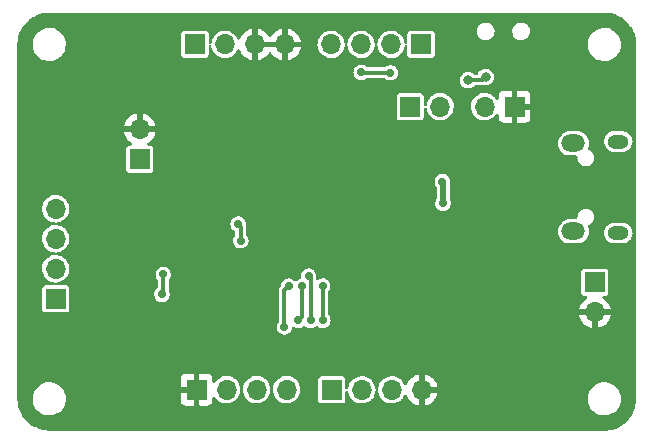
<source format=gbr>
%TF.GenerationSoftware,KiCad,Pcbnew,(6.0.11)*%
%TF.CreationDate,2023-06-03T19:27:43-07:00*%
%TF.ProjectId,stm32_PendCartBoard,73746d33-325f-4506-956e-644361727442,rev?*%
%TF.SameCoordinates,Original*%
%TF.FileFunction,Copper,L2,Bot*%
%TF.FilePolarity,Positive*%
%FSLAX46Y46*%
G04 Gerber Fmt 4.6, Leading zero omitted, Abs format (unit mm)*
G04 Created by KiCad (PCBNEW (6.0.11)) date 2023-06-03 19:27:43*
%MOMM*%
%LPD*%
G01*
G04 APERTURE LIST*
%TA.AperFunction,ComponentPad*%
%ADD10R,1.700000X1.700000*%
%TD*%
%TA.AperFunction,ComponentPad*%
%ADD11O,1.700000X1.700000*%
%TD*%
%TA.AperFunction,ComponentPad*%
%ADD12O,2.000000X1.450000*%
%TD*%
%TA.AperFunction,ComponentPad*%
%ADD13O,1.800000X1.150000*%
%TD*%
%TA.AperFunction,ViaPad*%
%ADD14C,0.800000*%
%TD*%
%TA.AperFunction,ViaPad*%
%ADD15C,0.700000*%
%TD*%
%TA.AperFunction,Conductor*%
%ADD16C,0.300000*%
%TD*%
%TA.AperFunction,Conductor*%
%ADD17C,0.500000*%
%TD*%
G04 APERTURE END LIST*
D10*
%TO.P,J7,1,Pin_1*%
%TO.N,Motor+*%
X119160000Y-54705000D03*
D11*
%TO.P,J7,2,Pin_2*%
%TO.N,GND*%
X119160000Y-52165000D03*
%TD*%
D10*
%TO.P,J6,1,Pin_1*%
%TO.N,+5V*%
X157700000Y-65140000D03*
D11*
%TO.P,J6,2,Pin_2*%
%TO.N,GND*%
X157700000Y-67680000D03*
%TD*%
D10*
%TO.P,J5,1,Pin_1*%
%TO.N,/SWCLK*%
X142065000Y-50260000D03*
D11*
%TO.P,J5,2,Pin_2*%
%TO.N,/SWDIO*%
X144605000Y-50260000D03*
%TD*%
D10*
%TO.P,J1,1,Pin_1*%
%TO.N,GND*%
X150895000Y-50260000D03*
D11*
%TO.P,J1,2,Pin_2*%
%TO.N,+3.3V*%
X148355000Y-50260000D03*
%TD*%
D12*
%TO.P,J3,6,Shield*%
%TO.N,unconnected-(J3-Pad6)*%
X155880000Y-53375000D03*
X155880000Y-60825000D03*
D13*
X159680000Y-60975000D03*
X159680000Y-53225000D03*
%TD*%
D10*
%TO.P,J8,1,Pin_1*%
%TO.N,GND*%
X123970000Y-74220000D03*
D11*
%TO.P,J8,2,Pin_2*%
%TO.N,USART1_TX*%
X126510000Y-74220000D03*
%TO.P,J8,3,Pin_3*%
%TO.N,USART1_RX*%
X129050000Y-74220000D03*
%TO.P,J8,4,Pin_4*%
%TO.N,+3.3V*%
X131590000Y-74220000D03*
%TD*%
D10*
%TO.P,J2,1,Pin_1*%
%TO.N,TIM4_CH1*%
X142980000Y-45000000D03*
D11*
%TO.P,J2,2,Pin_2*%
%TO.N,TIM4_CH2*%
X140440000Y-45000000D03*
%TO.P,J2,3,Pin_3*%
%TO.N,GPIO_INPUT1*%
X137900000Y-45000000D03*
%TO.P,J2,4,Pin_4*%
%TO.N,GPIO_INPUT2*%
X135360000Y-45000000D03*
%TD*%
D10*
%TO.P,J10,1,Pin_1*%
%TO.N,+5V*%
X123840000Y-45000000D03*
D11*
%TO.P,J10,2,Pin_2*%
X126380000Y-45000000D03*
%TO.P,J10,3,Pin_3*%
%TO.N,GND*%
X128920000Y-45000000D03*
%TO.P,J10,4,Pin_4*%
X131460000Y-45000000D03*
%TD*%
D10*
%TO.P,J4,1,Pin_1*%
%TO.N,Net-(J4-Pad1)*%
X112060000Y-66520000D03*
D11*
%TO.P,J4,2,Pin_2*%
%TO.N,Net-(J4-Pad2)*%
X112060000Y-63980000D03*
%TO.P,J4,3,Pin_3*%
%TO.N,Net-(J4-Pad3)*%
X112060000Y-61440000D03*
%TO.P,J4,4,Pin_4*%
%TO.N,Net-(J4-Pad4)*%
X112060000Y-58900000D03*
%TD*%
D10*
%TO.P,J9,1,Pin_1*%
%TO.N,+3.3V*%
X135420000Y-74240000D03*
D11*
%TO.P,J9,2,Pin_2*%
%TO.N,I2C2_SCL*%
X137960000Y-74240000D03*
%TO.P,J9,3,Pin_3*%
%TO.N,I2C2_SDA*%
X140500000Y-74240000D03*
%TO.P,J9,4,Pin_4*%
%TO.N,GND*%
X143040000Y-74240000D03*
%TD*%
D14*
%TO.N,GND*%
X137290000Y-68480000D03*
%TO.N,Net-(R2-Pad2)*%
X148449500Y-47760000D03*
X146950500Y-48020000D03*
%TO.N,GND*%
X124670000Y-53190000D03*
X122260000Y-53140000D03*
D15*
X124630000Y-62815500D03*
X117400000Y-64180000D03*
X135260000Y-50940000D03*
X130220000Y-54830000D03*
X135130000Y-59210000D03*
X152720000Y-67460000D03*
X150240000Y-65250000D03*
X117380000Y-64930000D03*
X131760000Y-51720000D03*
X140170000Y-61210000D03*
X121090000Y-71460000D03*
X130539105Y-61931695D03*
X150240000Y-66100000D03*
X135690000Y-55700000D03*
X152200000Y-47100000D03*
X148710000Y-68070000D03*
X134230000Y-50950000D03*
X127240000Y-58440000D03*
X151830000Y-67460000D03*
X154530000Y-67180000D03*
X143330000Y-52930000D03*
X143520000Y-56605499D03*
X133040000Y-52680000D03*
X118880000Y-71490000D03*
X117405000Y-60265000D03*
X142289500Y-52940000D03*
X153930000Y-55790000D03*
X143260000Y-62940000D03*
%TO.N,+3.3V*%
X131410000Y-68919500D03*
X144840000Y-58440000D03*
X144780000Y-56605499D03*
X121160000Y-64470000D03*
X131766728Y-65460500D03*
X121046316Y-66162805D03*
%TO.N,USART1_TX*%
X133630000Y-68359500D03*
X133460058Y-64615432D03*
%TO.N,USART1_RX*%
X134659558Y-65460500D03*
X134659558Y-68359500D03*
%TO.N,BOOT0*%
X140389872Y-47399372D03*
X137910500Y-47370000D03*
%TO.N,PWMB*%
X132910000Y-65460500D03*
X132590000Y-68359500D03*
%TO.N,AOUT2*%
X127500000Y-60215500D03*
X127720000Y-61614500D03*
%TD*%
D16*
%TO.N,Net-(R2-Pad2)*%
X148189500Y-48020000D02*
X148449500Y-47760000D01*
X146950500Y-48020000D02*
X148189500Y-48020000D01*
%TO.N,+3.3V*%
X121160000Y-64470000D02*
X121160000Y-66049121D01*
X121160000Y-66049121D02*
X121046316Y-66162805D01*
D17*
X144840000Y-58440000D02*
X144840000Y-56665499D01*
D16*
X131410000Y-68919500D02*
X131410000Y-65817228D01*
D17*
X144840000Y-56665499D02*
X144780000Y-56605499D01*
D16*
X131410000Y-65817228D02*
X131766728Y-65460500D01*
%TO.N,USART1_TX*%
X133630000Y-68359500D02*
X133630000Y-64785374D01*
X133630000Y-64785374D02*
X133460058Y-64615432D01*
%TO.N,USART1_RX*%
X134659558Y-68359500D02*
X134659558Y-65460500D01*
%TO.N,BOOT0*%
X140389872Y-47399372D02*
X137939872Y-47399372D01*
X137939872Y-47399372D02*
X137910500Y-47370000D01*
%TO.N,PWMB*%
X132910000Y-68050000D02*
X132899500Y-68050000D01*
X132899500Y-68050000D02*
X132590000Y-68359500D01*
X132910000Y-65460500D02*
X132910000Y-68050000D01*
%TO.N,AOUT2*%
X127720000Y-60435500D02*
X127500000Y-60215500D01*
X127720000Y-61614500D02*
X127720000Y-60435500D01*
%TD*%
%TA.AperFunction,Conductor*%
%TO.N,GND*%
G36*
X158485792Y-42302067D02*
G01*
X158504688Y-42305100D01*
X158515339Y-42303052D01*
X158525448Y-42302897D01*
X158538897Y-42301900D01*
X158732598Y-42310007D01*
X158800752Y-42312860D01*
X158814855Y-42314262D01*
X158834893Y-42317418D01*
X159100623Y-42359274D01*
X159114478Y-42362277D01*
X159393238Y-42439613D01*
X159406660Y-42444178D01*
X159540713Y-42498502D01*
X159674770Y-42552827D01*
X159687576Y-42558890D01*
X159941539Y-42697437D01*
X159953574Y-42704926D01*
X160071957Y-42788338D01*
X160190056Y-42871550D01*
X160201160Y-42880365D01*
X160417079Y-43072897D01*
X160427103Y-43082921D01*
X160519714Y-43186781D01*
X160619635Y-43298840D01*
X160628449Y-43309943D01*
X160781567Y-43527255D01*
X160795073Y-43546424D01*
X160802561Y-43558459D01*
X160913162Y-43761193D01*
X160941108Y-43812420D01*
X160947173Y-43825230D01*
X160980801Y-43908213D01*
X161055822Y-44093340D01*
X161060387Y-44106762D01*
X161137723Y-44385522D01*
X161140726Y-44399377D01*
X161185738Y-44685143D01*
X161187140Y-44699251D01*
X161198100Y-44961103D01*
X161197103Y-44974552D01*
X161196948Y-44984661D01*
X161194900Y-44995312D01*
X161196619Y-45006018D01*
X161197933Y-45014205D01*
X161199500Y-45033859D01*
X161199500Y-74964760D01*
X161197802Y-74985208D01*
X161194876Y-75002709D01*
X161196855Y-75013377D01*
X161196943Y-75023291D01*
X161197870Y-75036950D01*
X161186504Y-75274279D01*
X161185346Y-75298448D01*
X161183878Y-75312433D01*
X161137485Y-75597516D01*
X161137446Y-75597754D01*
X161134405Y-75611479D01*
X161055961Y-75889725D01*
X161051386Y-75903013D01*
X160941944Y-76170580D01*
X160935891Y-76183273D01*
X160800026Y-76430955D01*
X160796867Y-76436713D01*
X160789416Y-76448639D01*
X160622579Y-76684724D01*
X160613825Y-76695729D01*
X160421333Y-76911403D01*
X160411403Y-76921333D01*
X160211578Y-77099680D01*
X160195729Y-77113825D01*
X160184724Y-77122579D01*
X159948639Y-77289416D01*
X159936713Y-77296867D01*
X159683273Y-77435891D01*
X159670580Y-77441944D01*
X159403013Y-77551386D01*
X159389725Y-77555961D01*
X159111479Y-77634405D01*
X159097760Y-77637445D01*
X158821054Y-77682475D01*
X158812433Y-77683878D01*
X158798449Y-77685346D01*
X158536950Y-77697870D01*
X158523291Y-77696943D01*
X158513377Y-77696855D01*
X158502709Y-77694876D01*
X158492009Y-77696665D01*
X158492007Y-77696665D01*
X158485208Y-77697802D01*
X158464760Y-77699500D01*
X111538639Y-77699500D01*
X111516252Y-77697462D01*
X111512814Y-77696831D01*
X111512813Y-77696831D01*
X111502141Y-77694872D01*
X111491442Y-77696681D01*
X111481995Y-77696615D01*
X111467833Y-77697358D01*
X111207205Y-77681017D01*
X111193520Y-77679392D01*
X110954624Y-77637446D01*
X110909279Y-77629484D01*
X110895865Y-77626352D01*
X110793910Y-77596480D01*
X110618914Y-77545208D01*
X110605925Y-77540604D01*
X110517165Y-77503474D01*
X110339693Y-77429232D01*
X110327310Y-77423223D01*
X110075074Y-77282990D01*
X110063425Y-77275637D01*
X109828312Y-77108283D01*
X109817546Y-77099680D01*
X109602466Y-76907279D01*
X109592721Y-76897534D01*
X109400320Y-76682454D01*
X109391717Y-76671688D01*
X109224363Y-76436575D01*
X109217007Y-76424921D01*
X109203392Y-76400431D01*
X109076777Y-76172690D01*
X109070768Y-76160307D01*
X108959396Y-75894075D01*
X108954792Y-75881086D01*
X108897952Y-75687085D01*
X108873648Y-75604135D01*
X108870515Y-75590717D01*
X108866878Y-75570000D01*
X108826517Y-75340133D01*
X108820608Y-75306480D01*
X108818983Y-75292795D01*
X108802642Y-75032167D01*
X108803385Y-75018005D01*
X108803319Y-75008558D01*
X108805128Y-74997859D01*
X108802538Y-74983748D01*
X108800500Y-74961361D01*
X108800500Y-74933789D01*
X110095996Y-74933789D01*
X110099869Y-75036950D01*
X110104154Y-75151068D01*
X110104913Y-75171295D01*
X110105990Y-75176430D01*
X110105991Y-75176435D01*
X110152639Y-75398758D01*
X110153719Y-75403904D01*
X110155648Y-75408788D01*
X110155649Y-75408792D01*
X110165006Y-75432484D01*
X110241020Y-75624963D01*
X110243741Y-75629447D01*
X110243743Y-75629451D01*
X110311233Y-75740670D01*
X110364319Y-75828153D01*
X110520090Y-76007664D01*
X110703880Y-76158362D01*
X110708441Y-76160958D01*
X110708442Y-76160959D01*
X110905875Y-76273345D01*
X110905880Y-76273347D01*
X110910433Y-76275939D01*
X111133844Y-76357034D01*
X111367725Y-76399326D01*
X111392619Y-76400500D01*
X111559680Y-76400500D01*
X111562296Y-76400278D01*
X111562297Y-76400278D01*
X111731590Y-76385913D01*
X111736823Y-76385469D01*
X111966874Y-76325760D01*
X112183576Y-76228143D01*
X112380732Y-76095409D01*
X112552705Y-75931355D01*
X112694579Y-75740670D01*
X112721823Y-75687085D01*
X112799913Y-75533493D01*
X112799915Y-75533488D01*
X112802295Y-75528807D01*
X112806635Y-75514832D01*
X112871215Y-75306848D01*
X112872775Y-75301824D01*
X112886934Y-75194998D01*
X112897674Y-75113972D01*
X122620000Y-75113972D01*
X122620363Y-75120669D01*
X122625803Y-75170744D01*
X122629371Y-75185753D01*
X122673817Y-75304311D01*
X122682212Y-75319646D01*
X122757516Y-75420124D01*
X122769876Y-75432484D01*
X122870354Y-75507788D01*
X122885689Y-75516183D01*
X123004247Y-75560629D01*
X123019256Y-75564197D01*
X123069331Y-75569637D01*
X123076028Y-75570000D01*
X123702170Y-75570000D01*
X123717169Y-75565596D01*
X123718356Y-75564226D01*
X123720000Y-75556668D01*
X123720000Y-75552170D01*
X124220000Y-75552170D01*
X124224404Y-75567169D01*
X124225774Y-75568356D01*
X124233332Y-75570000D01*
X124863972Y-75570000D01*
X124870669Y-75569637D01*
X124920744Y-75564197D01*
X124935753Y-75560629D01*
X125054311Y-75516183D01*
X125069646Y-75507788D01*
X125170124Y-75432484D01*
X125182484Y-75420124D01*
X125257788Y-75319646D01*
X125266183Y-75304311D01*
X125310629Y-75185753D01*
X125314197Y-75170744D01*
X125319637Y-75120669D01*
X125320000Y-75113972D01*
X125320000Y-74920070D01*
X125339685Y-74853031D01*
X125392489Y-74807276D01*
X125461647Y-74797332D01*
X125525203Y-74826357D01*
X125545263Y-74848503D01*
X125563595Y-74874442D01*
X125601862Y-74928588D01*
X125631405Y-74970391D01*
X125635476Y-74974357D01*
X125635477Y-74974358D01*
X125659602Y-74997859D01*
X125782865Y-75117937D01*
X125787588Y-75121093D01*
X125787592Y-75121096D01*
X125858663Y-75168584D01*
X125958677Y-75235411D01*
X126152953Y-75318878D01*
X126216283Y-75333208D01*
X126353638Y-75364289D01*
X126353642Y-75364290D01*
X126359186Y-75365544D01*
X126485651Y-75370513D01*
X126564789Y-75373623D01*
X126564791Y-75373623D01*
X126570470Y-75373846D01*
X126576090Y-75373031D01*
X126576092Y-75373031D01*
X126774103Y-75344320D01*
X126774104Y-75344320D01*
X126779730Y-75343504D01*
X126871263Y-75312433D01*
X126974565Y-75277367D01*
X126974568Y-75277366D01*
X126979955Y-75275537D01*
X126984916Y-75272759D01*
X126984922Y-75272756D01*
X127123767Y-75194998D01*
X127164442Y-75172219D01*
X127171859Y-75166051D01*
X127322645Y-75040644D01*
X127327012Y-75037012D01*
X127378776Y-74974772D01*
X127458584Y-74878813D01*
X127458585Y-74878811D01*
X127462219Y-74874442D01*
X127508078Y-74792556D01*
X127562756Y-74694922D01*
X127562759Y-74694916D01*
X127565537Y-74689955D01*
X127574443Y-74663721D01*
X127631675Y-74495118D01*
X127633504Y-74489730D01*
X127634432Y-74483332D01*
X127657820Y-74322033D01*
X127686921Y-74258512D01*
X127740225Y-74224346D01*
X127820974Y-74224346D01*
X127874347Y-74258736D01*
X127903296Y-74322327D01*
X127904271Y-74331707D01*
X127908796Y-74400749D01*
X127960845Y-74605690D01*
X127963219Y-74610841D01*
X127963221Y-74610845D01*
X128010128Y-74712594D01*
X128049369Y-74797714D01*
X128067639Y-74823565D01*
X128141862Y-74928588D01*
X128171405Y-74970391D01*
X128175476Y-74974357D01*
X128175477Y-74974358D01*
X128199602Y-74997859D01*
X128322865Y-75117937D01*
X128327588Y-75121093D01*
X128327592Y-75121096D01*
X128398663Y-75168584D01*
X128498677Y-75235411D01*
X128692953Y-75318878D01*
X128756283Y-75333208D01*
X128893638Y-75364289D01*
X128893642Y-75364290D01*
X128899186Y-75365544D01*
X129025651Y-75370513D01*
X129104789Y-75373623D01*
X129104791Y-75373623D01*
X129110470Y-75373846D01*
X129116090Y-75373031D01*
X129116092Y-75373031D01*
X129314103Y-75344320D01*
X129314104Y-75344320D01*
X129319730Y-75343504D01*
X129411263Y-75312433D01*
X129514565Y-75277367D01*
X129514568Y-75277366D01*
X129519955Y-75275537D01*
X129524916Y-75272759D01*
X129524922Y-75272756D01*
X129663767Y-75194998D01*
X129704442Y-75172219D01*
X129711859Y-75166051D01*
X129862645Y-75040644D01*
X129867012Y-75037012D01*
X129918776Y-74974772D01*
X129998584Y-74878813D01*
X129998585Y-74878811D01*
X130002219Y-74874442D01*
X130048078Y-74792556D01*
X130102756Y-74694922D01*
X130102759Y-74694916D01*
X130105537Y-74689955D01*
X130114443Y-74663721D01*
X130171675Y-74495118D01*
X130173504Y-74489730D01*
X130174432Y-74483332D01*
X130197820Y-74322033D01*
X130226921Y-74258512D01*
X130280225Y-74224346D01*
X130360974Y-74224346D01*
X130414347Y-74258736D01*
X130443296Y-74322327D01*
X130444271Y-74331707D01*
X130448796Y-74400749D01*
X130500845Y-74605690D01*
X130503219Y-74610841D01*
X130503221Y-74610845D01*
X130550128Y-74712594D01*
X130589369Y-74797714D01*
X130607639Y-74823565D01*
X130681862Y-74928588D01*
X130711405Y-74970391D01*
X130715476Y-74974357D01*
X130715477Y-74974358D01*
X130739602Y-74997859D01*
X130862865Y-75117937D01*
X130867588Y-75121093D01*
X130867592Y-75121096D01*
X130938663Y-75168584D01*
X131038677Y-75235411D01*
X131232953Y-75318878D01*
X131296283Y-75333208D01*
X131433638Y-75364289D01*
X131433642Y-75364290D01*
X131439186Y-75365544D01*
X131565651Y-75370513D01*
X131644789Y-75373623D01*
X131644791Y-75373623D01*
X131650470Y-75373846D01*
X131656090Y-75373031D01*
X131656092Y-75373031D01*
X131854103Y-75344320D01*
X131854104Y-75344320D01*
X131859730Y-75343504D01*
X131951263Y-75312433D01*
X132054565Y-75277367D01*
X132054568Y-75277366D01*
X132059955Y-75275537D01*
X132064916Y-75272759D01*
X132064922Y-75272756D01*
X132203767Y-75194998D01*
X132244442Y-75172219D01*
X132251859Y-75166051D01*
X132289620Y-75134646D01*
X134269500Y-75134646D01*
X134272618Y-75160846D01*
X134318061Y-75263153D01*
X134397287Y-75342241D01*
X134407758Y-75346870D01*
X134407759Y-75346871D01*
X134491147Y-75383737D01*
X134491149Y-75383738D01*
X134499673Y-75387506D01*
X134525354Y-75390500D01*
X136314646Y-75390500D01*
X136318300Y-75390065D01*
X136318302Y-75390065D01*
X136323266Y-75389474D01*
X136340846Y-75387382D01*
X136443153Y-75341939D01*
X136522241Y-75262713D01*
X136526871Y-75252241D01*
X136563737Y-75168853D01*
X136563738Y-75168851D01*
X136567506Y-75160327D01*
X136570500Y-75134646D01*
X136570500Y-74420300D01*
X136590185Y-74353261D01*
X136642989Y-74307506D01*
X136712147Y-74297562D01*
X136775703Y-74326587D01*
X136813477Y-74385365D01*
X136818234Y-74412190D01*
X136818423Y-74415072D01*
X136818425Y-74415082D01*
X136818796Y-74420749D01*
X136870845Y-74625690D01*
X136873219Y-74630841D01*
X136873221Y-74630845D01*
X136910908Y-74712594D01*
X136959369Y-74817714D01*
X136962647Y-74822352D01*
X137070367Y-74974772D01*
X137081405Y-74990391D01*
X137085476Y-74994357D01*
X137085477Y-74994358D01*
X137114431Y-75022564D01*
X137232865Y-75137937D01*
X137237588Y-75141093D01*
X137237592Y-75141096D01*
X137308663Y-75188584D01*
X137408677Y-75255411D01*
X137602953Y-75338878D01*
X137638277Y-75346871D01*
X137803638Y-75384289D01*
X137803642Y-75384290D01*
X137809186Y-75385544D01*
X137935315Y-75390500D01*
X138014789Y-75393623D01*
X138014791Y-75393623D01*
X138020470Y-75393846D01*
X138026090Y-75393031D01*
X138026092Y-75393031D01*
X138224103Y-75364320D01*
X138224104Y-75364320D01*
X138229730Y-75363504D01*
X138248588Y-75357103D01*
X138424565Y-75297367D01*
X138424568Y-75297366D01*
X138429955Y-75295537D01*
X138434916Y-75292759D01*
X138434922Y-75292756D01*
X138542962Y-75232250D01*
X138614442Y-75192219D01*
X138633421Y-75176435D01*
X138772645Y-75060644D01*
X138777012Y-75057012D01*
X138826681Y-74997291D01*
X138908584Y-74898813D01*
X138908585Y-74898811D01*
X138912219Y-74894442D01*
X138958078Y-74812556D01*
X139012756Y-74714922D01*
X139012759Y-74714916D01*
X139015537Y-74709955D01*
X139017767Y-74703388D01*
X139081675Y-74515118D01*
X139083504Y-74509730D01*
X139085726Y-74494404D01*
X139107820Y-74342033D01*
X139136921Y-74278512D01*
X139190225Y-74244346D01*
X139270974Y-74244346D01*
X139324347Y-74278736D01*
X139353296Y-74342327D01*
X139354271Y-74351707D01*
X139358796Y-74420749D01*
X139410845Y-74625690D01*
X139413219Y-74630841D01*
X139413221Y-74630845D01*
X139450908Y-74712594D01*
X139499369Y-74817714D01*
X139502647Y-74822352D01*
X139610367Y-74974772D01*
X139621405Y-74990391D01*
X139625476Y-74994357D01*
X139625477Y-74994358D01*
X139654431Y-75022564D01*
X139772865Y-75137937D01*
X139777588Y-75141093D01*
X139777592Y-75141096D01*
X139848663Y-75188584D01*
X139948677Y-75255411D01*
X140142953Y-75338878D01*
X140178277Y-75346871D01*
X140343638Y-75384289D01*
X140343642Y-75384290D01*
X140349186Y-75385544D01*
X140475315Y-75390500D01*
X140554789Y-75393623D01*
X140554791Y-75393623D01*
X140560470Y-75393846D01*
X140566090Y-75393031D01*
X140566092Y-75393031D01*
X140764103Y-75364320D01*
X140764104Y-75364320D01*
X140769730Y-75363504D01*
X140788588Y-75357103D01*
X140964565Y-75297367D01*
X140964568Y-75297366D01*
X140969955Y-75295537D01*
X140974916Y-75292759D01*
X140974922Y-75292756D01*
X141082962Y-75232250D01*
X141154442Y-75192219D01*
X141173421Y-75176435D01*
X141312645Y-75060644D01*
X141317012Y-75057012D01*
X141366681Y-74997291D01*
X141448584Y-74898813D01*
X141448585Y-74898811D01*
X141452219Y-74894442D01*
X141554059Y-74712594D01*
X141603990Y-74663721D01*
X141672418Y-74649601D01*
X141737617Y-74674717D01*
X141774630Y-74720778D01*
X141864110Y-74912667D01*
X141869508Y-74922017D01*
X141998784Y-75106643D01*
X142005719Y-75114907D01*
X142165091Y-75274279D01*
X142173357Y-75281215D01*
X142357992Y-75410498D01*
X142367324Y-75415886D01*
X142571603Y-75511143D01*
X142581736Y-75514832D01*
X142772779Y-75566022D01*
X142786653Y-75565691D01*
X142790000Y-75557875D01*
X142790000Y-75552806D01*
X143290000Y-75552806D01*
X143293910Y-75566123D01*
X143302326Y-75567333D01*
X143498264Y-75514832D01*
X143508397Y-75511143D01*
X143712676Y-75415886D01*
X143722008Y-75410498D01*
X143906643Y-75281215D01*
X143914909Y-75274279D01*
X144074281Y-75114907D01*
X144081216Y-75106643D01*
X144202249Y-74933789D01*
X157095996Y-74933789D01*
X157099869Y-75036950D01*
X157104154Y-75151068D01*
X157104913Y-75171295D01*
X157105990Y-75176430D01*
X157105991Y-75176435D01*
X157152639Y-75398758D01*
X157153719Y-75403904D01*
X157155648Y-75408788D01*
X157155649Y-75408792D01*
X157165006Y-75432484D01*
X157241020Y-75624963D01*
X157243741Y-75629447D01*
X157243743Y-75629451D01*
X157311233Y-75740670D01*
X157364319Y-75828153D01*
X157520090Y-76007664D01*
X157703880Y-76158362D01*
X157708441Y-76160958D01*
X157708442Y-76160959D01*
X157905875Y-76273345D01*
X157905880Y-76273347D01*
X157910433Y-76275939D01*
X158133844Y-76357034D01*
X158367725Y-76399326D01*
X158392619Y-76400500D01*
X158559680Y-76400500D01*
X158562296Y-76400278D01*
X158562297Y-76400278D01*
X158731590Y-76385913D01*
X158736823Y-76385469D01*
X158966874Y-76325760D01*
X159183576Y-76228143D01*
X159380732Y-76095409D01*
X159552705Y-75931355D01*
X159694579Y-75740670D01*
X159721823Y-75687085D01*
X159799913Y-75533493D01*
X159799915Y-75533488D01*
X159802295Y-75528807D01*
X159806635Y-75514832D01*
X159871215Y-75306848D01*
X159872775Y-75301824D01*
X159886934Y-75194998D01*
X159903315Y-75071412D01*
X159903315Y-75071408D01*
X159904004Y-75066211D01*
X159895087Y-74828705D01*
X159888585Y-74797714D01*
X159847361Y-74601242D01*
X159847360Y-74601239D01*
X159846281Y-74596096D01*
X159809647Y-74503332D01*
X159779206Y-74426253D01*
X159758980Y-74375037D01*
X159732694Y-74331718D01*
X159638408Y-74176341D01*
X159635681Y-74171847D01*
X159512107Y-74029440D01*
X159483356Y-73996307D01*
X159483355Y-73996306D01*
X159479910Y-73992336D01*
X159296120Y-73841638D01*
X159284510Y-73835029D01*
X159094125Y-73726655D01*
X159094120Y-73726653D01*
X159089567Y-73724061D01*
X158866156Y-73642966D01*
X158632275Y-73600674D01*
X158607381Y-73599500D01*
X158440320Y-73599500D01*
X158437704Y-73599722D01*
X158437703Y-73599722D01*
X158426484Y-73600674D01*
X158263177Y-73614531D01*
X158033126Y-73674240D01*
X157816424Y-73771857D01*
X157619268Y-73904591D01*
X157447295Y-74068645D01*
X157305421Y-74259330D01*
X157303042Y-74264008D01*
X157303042Y-74264009D01*
X157220554Y-74426253D01*
X157197705Y-74471193D01*
X157196146Y-74476213D01*
X157196145Y-74476216D01*
X157149732Y-74625690D01*
X157127225Y-74698176D01*
X157126534Y-74703386D01*
X157126534Y-74703388D01*
X157098796Y-74912667D01*
X157095996Y-74933789D01*
X144202249Y-74933789D01*
X144210492Y-74922017D01*
X144215890Y-74912667D01*
X144311143Y-74708397D01*
X144314832Y-74698264D01*
X144366022Y-74507221D01*
X144365691Y-74493347D01*
X144357875Y-74490000D01*
X143307830Y-74490000D01*
X143292831Y-74494404D01*
X143291644Y-74495774D01*
X143290000Y-74503332D01*
X143290000Y-75552806D01*
X142790000Y-75552806D01*
X142790000Y-73972170D01*
X143290000Y-73972170D01*
X143294404Y-73987169D01*
X143295774Y-73988356D01*
X143303332Y-73990000D01*
X144352806Y-73990000D01*
X144366123Y-73986090D01*
X144367333Y-73977674D01*
X144314832Y-73781736D01*
X144311143Y-73771603D01*
X144215890Y-73567333D01*
X144210492Y-73557983D01*
X144081216Y-73373357D01*
X144074281Y-73365093D01*
X143914909Y-73205721D01*
X143906643Y-73198785D01*
X143722008Y-73069502D01*
X143712676Y-73064114D01*
X143508397Y-72968857D01*
X143498264Y-72965168D01*
X143307221Y-72913978D01*
X143293347Y-72914309D01*
X143290000Y-72922125D01*
X143290000Y-73972170D01*
X142790000Y-73972170D01*
X142790000Y-72927194D01*
X142786090Y-72913877D01*
X142777674Y-72912667D01*
X142581736Y-72965168D01*
X142571603Y-72968857D01*
X142367333Y-73064110D01*
X142357983Y-73069508D01*
X142173357Y-73198784D01*
X142165093Y-73205719D01*
X142005719Y-73365093D01*
X141998784Y-73373357D01*
X141869508Y-73557983D01*
X141864110Y-73567333D01*
X141772664Y-73763438D01*
X141726491Y-73815877D01*
X141659298Y-73835029D01*
X141592417Y-73814813D01*
X141549071Y-73765878D01*
X141485165Y-73636290D01*
X141358651Y-73466867D01*
X141354481Y-73463012D01*
X141354478Y-73463009D01*
X141248552Y-73365093D01*
X141203381Y-73323337D01*
X141197032Y-73319331D01*
X141029363Y-73213539D01*
X141029361Y-73213538D01*
X141024554Y-73210505D01*
X140828160Y-73132152D01*
X140822579Y-73131042D01*
X140822576Y-73131041D01*
X140686332Y-73103941D01*
X140620775Y-73090901D01*
X140615088Y-73090827D01*
X140615083Y-73090826D01*
X140415034Y-73088207D01*
X140415029Y-73088207D01*
X140409346Y-73088133D01*
X140403742Y-73089096D01*
X140403741Y-73089096D01*
X140206550Y-73122979D01*
X140206547Y-73122980D01*
X140200953Y-73123941D01*
X140002575Y-73197127D01*
X139997697Y-73200029D01*
X139997695Y-73200030D01*
X139825740Y-73302332D01*
X139825737Y-73302334D01*
X139820856Y-73305238D01*
X139661881Y-73444655D01*
X139658362Y-73449119D01*
X139658359Y-73449122D01*
X139640782Y-73471419D01*
X139530976Y-73610708D01*
X139432523Y-73797836D01*
X139430837Y-73803267D01*
X139430835Y-73803271D01*
X139400285Y-73901660D01*
X139369820Y-73999773D01*
X139352851Y-74143140D01*
X139325425Y-74207398D01*
X139270974Y-74244346D01*
X139190225Y-74244346D01*
X139190667Y-74244063D01*
X139138057Y-74212081D01*
X139107453Y-74149271D01*
X139106232Y-74139909D01*
X139096601Y-74035100D01*
X139096081Y-74029440D01*
X139038686Y-73825931D01*
X138945165Y-73636290D01*
X138818651Y-73466867D01*
X138814481Y-73463012D01*
X138814478Y-73463009D01*
X138708552Y-73365093D01*
X138663381Y-73323337D01*
X138657032Y-73319331D01*
X138489363Y-73213539D01*
X138489361Y-73213538D01*
X138484554Y-73210505D01*
X138288160Y-73132152D01*
X138282579Y-73131042D01*
X138282576Y-73131041D01*
X138146332Y-73103941D01*
X138080775Y-73090901D01*
X138075088Y-73090827D01*
X138075083Y-73090826D01*
X137875034Y-73088207D01*
X137875029Y-73088207D01*
X137869346Y-73088133D01*
X137863742Y-73089096D01*
X137863741Y-73089096D01*
X137666550Y-73122979D01*
X137666547Y-73122980D01*
X137660953Y-73123941D01*
X137462575Y-73197127D01*
X137457697Y-73200029D01*
X137457695Y-73200030D01*
X137285740Y-73302332D01*
X137285737Y-73302334D01*
X137280856Y-73305238D01*
X137121881Y-73444655D01*
X137118362Y-73449119D01*
X137118359Y-73449122D01*
X137100782Y-73471419D01*
X136990976Y-73610708D01*
X136892523Y-73797836D01*
X136890837Y-73803267D01*
X136890835Y-73803271D01*
X136860285Y-73901660D01*
X136829820Y-73999773D01*
X136829152Y-74005418D01*
X136829151Y-74005422D01*
X136817640Y-74102681D01*
X136790213Y-74166942D01*
X136732397Y-74206173D01*
X136662549Y-74207919D01*
X136602845Y-74171625D01*
X136572241Y-74108814D01*
X136570500Y-74088106D01*
X136570500Y-73345354D01*
X136567382Y-73319154D01*
X136521939Y-73216847D01*
X136442713Y-73137759D01*
X136432242Y-73133130D01*
X136432241Y-73133129D01*
X136348853Y-73096263D01*
X136348851Y-73096262D01*
X136340327Y-73092494D01*
X136314646Y-73089500D01*
X134525354Y-73089500D01*
X134521700Y-73089935D01*
X134521698Y-73089935D01*
X134516734Y-73090526D01*
X134499154Y-73092618D01*
X134396847Y-73138061D01*
X134317759Y-73217287D01*
X134313130Y-73227758D01*
X134313129Y-73227759D01*
X134278010Y-73307197D01*
X134272494Y-73319673D01*
X134269500Y-73345354D01*
X134269500Y-75134646D01*
X132289620Y-75134646D01*
X132402645Y-75040644D01*
X132407012Y-75037012D01*
X132458776Y-74974772D01*
X132538584Y-74878813D01*
X132538585Y-74878811D01*
X132542219Y-74874442D01*
X132588078Y-74792556D01*
X132642756Y-74694922D01*
X132642759Y-74694916D01*
X132645537Y-74689955D01*
X132654443Y-74663721D01*
X132711675Y-74495118D01*
X132713504Y-74489730D01*
X132715464Y-74476216D01*
X132723571Y-74420300D01*
X132743846Y-74280470D01*
X132745429Y-74220000D01*
X132726081Y-74009440D01*
X132668686Y-73805931D01*
X132662211Y-73792800D01*
X132627430Y-73722272D01*
X132575165Y-73616290D01*
X132448651Y-73446867D01*
X132444481Y-73443012D01*
X132444478Y-73443009D01*
X132342817Y-73349035D01*
X132293381Y-73303337D01*
X132239366Y-73269256D01*
X132119363Y-73193539D01*
X132119361Y-73193538D01*
X132114554Y-73190505D01*
X131918160Y-73112152D01*
X131912579Y-73111042D01*
X131912576Y-73111041D01*
X131797407Y-73088133D01*
X131710775Y-73070901D01*
X131705088Y-73070827D01*
X131705083Y-73070826D01*
X131505034Y-73068207D01*
X131505029Y-73068207D01*
X131499346Y-73068133D01*
X131493742Y-73069096D01*
X131493741Y-73069096D01*
X131296550Y-73102979D01*
X131296547Y-73102980D01*
X131290953Y-73103941D01*
X131092575Y-73177127D01*
X131087697Y-73180029D01*
X131087695Y-73180030D01*
X130915740Y-73282332D01*
X130915737Y-73282334D01*
X130910856Y-73285238D01*
X130751881Y-73424655D01*
X130748362Y-73429119D01*
X130748359Y-73429122D01*
X130730782Y-73451419D01*
X130620976Y-73590708D01*
X130522523Y-73777836D01*
X130520837Y-73783267D01*
X130520835Y-73783271D01*
X130482040Y-73908213D01*
X130459820Y-73979773D01*
X130442851Y-74123140D01*
X130415425Y-74187398D01*
X130360974Y-74224346D01*
X130280225Y-74224346D01*
X130280667Y-74224063D01*
X130228057Y-74192081D01*
X130197453Y-74129271D01*
X130196232Y-74119909D01*
X130186601Y-74015100D01*
X130186081Y-74009440D01*
X130128686Y-73805931D01*
X130122211Y-73792800D01*
X130087430Y-73722272D01*
X130035165Y-73616290D01*
X129908651Y-73446867D01*
X129904481Y-73443012D01*
X129904478Y-73443009D01*
X129802817Y-73349035D01*
X129753381Y-73303337D01*
X129699366Y-73269256D01*
X129579363Y-73193539D01*
X129579361Y-73193538D01*
X129574554Y-73190505D01*
X129378160Y-73112152D01*
X129372579Y-73111042D01*
X129372576Y-73111041D01*
X129257407Y-73088133D01*
X129170775Y-73070901D01*
X129165088Y-73070827D01*
X129165083Y-73070826D01*
X128965034Y-73068207D01*
X128965029Y-73068207D01*
X128959346Y-73068133D01*
X128953742Y-73069096D01*
X128953741Y-73069096D01*
X128756550Y-73102979D01*
X128756547Y-73102980D01*
X128750953Y-73103941D01*
X128552575Y-73177127D01*
X128547697Y-73180029D01*
X128547695Y-73180030D01*
X128375740Y-73282332D01*
X128375737Y-73282334D01*
X128370856Y-73285238D01*
X128211881Y-73424655D01*
X128208362Y-73429119D01*
X128208359Y-73429122D01*
X128190782Y-73451419D01*
X128080976Y-73590708D01*
X127982523Y-73777836D01*
X127980837Y-73783267D01*
X127980835Y-73783271D01*
X127942040Y-73908213D01*
X127919820Y-73979773D01*
X127902851Y-74123140D01*
X127875425Y-74187398D01*
X127820974Y-74224346D01*
X127740225Y-74224346D01*
X127740667Y-74224063D01*
X127688057Y-74192081D01*
X127657453Y-74129271D01*
X127656232Y-74119909D01*
X127646601Y-74015100D01*
X127646081Y-74009440D01*
X127588686Y-73805931D01*
X127582211Y-73792800D01*
X127547430Y-73722272D01*
X127495165Y-73616290D01*
X127368651Y-73446867D01*
X127364481Y-73443012D01*
X127364478Y-73443009D01*
X127262817Y-73349035D01*
X127213381Y-73303337D01*
X127159366Y-73269256D01*
X127039363Y-73193539D01*
X127039361Y-73193538D01*
X127034554Y-73190505D01*
X126838160Y-73112152D01*
X126832579Y-73111042D01*
X126832576Y-73111041D01*
X126717407Y-73088133D01*
X126630775Y-73070901D01*
X126625088Y-73070827D01*
X126625083Y-73070826D01*
X126425034Y-73068207D01*
X126425029Y-73068207D01*
X126419346Y-73068133D01*
X126413742Y-73069096D01*
X126413741Y-73069096D01*
X126216550Y-73102979D01*
X126216547Y-73102980D01*
X126210953Y-73103941D01*
X126012575Y-73177127D01*
X126007697Y-73180029D01*
X126007695Y-73180030D01*
X125835740Y-73282332D01*
X125835737Y-73282334D01*
X125830856Y-73285238D01*
X125671881Y-73424655D01*
X125541377Y-73590199D01*
X125484417Y-73630658D01*
X125414623Y-73633900D01*
X125354155Y-73598893D01*
X125322213Y-73536753D01*
X125320000Y-73513430D01*
X125320000Y-73326028D01*
X125319637Y-73319331D01*
X125314197Y-73269256D01*
X125310629Y-73254247D01*
X125266183Y-73135689D01*
X125257788Y-73120354D01*
X125182484Y-73019876D01*
X125170124Y-73007516D01*
X125069646Y-72932212D01*
X125054311Y-72923817D01*
X124935753Y-72879371D01*
X124920744Y-72875803D01*
X124870669Y-72870363D01*
X124863972Y-72870000D01*
X124237830Y-72870000D01*
X124222831Y-72874404D01*
X124221644Y-72875774D01*
X124220000Y-72883332D01*
X124220000Y-75552170D01*
X123720000Y-75552170D01*
X123720000Y-74487830D01*
X123715596Y-74472831D01*
X123714226Y-74471644D01*
X123706668Y-74470000D01*
X122637830Y-74470000D01*
X122622831Y-74474404D01*
X122621644Y-74475774D01*
X122620000Y-74483332D01*
X122620000Y-75113972D01*
X112897674Y-75113972D01*
X112903315Y-75071412D01*
X112903315Y-75071408D01*
X112904004Y-75066211D01*
X112895087Y-74828705D01*
X112888585Y-74797714D01*
X112847361Y-74601242D01*
X112847360Y-74601239D01*
X112846281Y-74596096D01*
X112809647Y-74503332D01*
X112779206Y-74426253D01*
X112758980Y-74375037D01*
X112732694Y-74331718D01*
X112638408Y-74176341D01*
X112635681Y-74171847D01*
X112512107Y-74029440D01*
X112483356Y-73996307D01*
X112483355Y-73996306D01*
X112479910Y-73992336D01*
X112430924Y-73952170D01*
X122620000Y-73952170D01*
X122624404Y-73967169D01*
X122625774Y-73968356D01*
X122633332Y-73970000D01*
X123702170Y-73970000D01*
X123717169Y-73965596D01*
X123718356Y-73964226D01*
X123720000Y-73956668D01*
X123720000Y-72887830D01*
X123715596Y-72872831D01*
X123714226Y-72871644D01*
X123706668Y-72870000D01*
X123076028Y-72870000D01*
X123069331Y-72870363D01*
X123019256Y-72875803D01*
X123004247Y-72879371D01*
X122885689Y-72923817D01*
X122870354Y-72932212D01*
X122769876Y-73007516D01*
X122757516Y-73019876D01*
X122682212Y-73120354D01*
X122673817Y-73135689D01*
X122629371Y-73254247D01*
X122625803Y-73269256D01*
X122620363Y-73319331D01*
X122620000Y-73326028D01*
X122620000Y-73952170D01*
X112430924Y-73952170D01*
X112296120Y-73841638D01*
X112284510Y-73835029D01*
X112094125Y-73726655D01*
X112094120Y-73726653D01*
X112089567Y-73724061D01*
X111866156Y-73642966D01*
X111632275Y-73600674D01*
X111607381Y-73599500D01*
X111440320Y-73599500D01*
X111437704Y-73599722D01*
X111437703Y-73599722D01*
X111426484Y-73600674D01*
X111263177Y-73614531D01*
X111033126Y-73674240D01*
X110816424Y-73771857D01*
X110619268Y-73904591D01*
X110447295Y-74068645D01*
X110305421Y-74259330D01*
X110303042Y-74264008D01*
X110303042Y-74264009D01*
X110220554Y-74426253D01*
X110197705Y-74471193D01*
X110196146Y-74476213D01*
X110196145Y-74476216D01*
X110149732Y-74625690D01*
X110127225Y-74698176D01*
X110126534Y-74703386D01*
X110126534Y-74703388D01*
X110098796Y-74912667D01*
X110095996Y-74933789D01*
X108800500Y-74933789D01*
X108800500Y-68912638D01*
X130754758Y-68912638D01*
X130755578Y-68920066D01*
X130755578Y-68920068D01*
X130765212Y-69007333D01*
X130772035Y-69069133D01*
X130774601Y-69076145D01*
X130774602Y-69076149D01*
X130779341Y-69089098D01*
X130826143Y-69216990D01*
X130913958Y-69347672D01*
X130936183Y-69367895D01*
X131024878Y-69448602D01*
X131024882Y-69448605D01*
X131030410Y-69453635D01*
X131168776Y-69528762D01*
X131271031Y-69555588D01*
X131313841Y-69566819D01*
X131313843Y-69566819D01*
X131321069Y-69568715D01*
X131398127Y-69569925D01*
X131471025Y-69571071D01*
X131471028Y-69571071D01*
X131478495Y-69571188D01*
X131485776Y-69569520D01*
X131485780Y-69569520D01*
X131624681Y-69537707D01*
X131631968Y-69536038D01*
X131772625Y-69465295D01*
X131778306Y-69460443D01*
X131778309Y-69460441D01*
X131886666Y-69367895D01*
X131886667Y-69367894D01*
X131892348Y-69363042D01*
X131903393Y-69347672D01*
X131923798Y-69319275D01*
X131984224Y-69235183D01*
X132042950Y-69089098D01*
X132055646Y-68999887D01*
X132084580Y-68936291D01*
X132143304Y-68898432D01*
X132213173Y-68898332D01*
X132237577Y-68908386D01*
X132288972Y-68936291D01*
X132348776Y-68968762D01*
X132440427Y-68992806D01*
X132493841Y-69006819D01*
X132493843Y-69006819D01*
X132501069Y-69008715D01*
X132578127Y-69009925D01*
X132651025Y-69011071D01*
X132651028Y-69011071D01*
X132658495Y-69011188D01*
X132665776Y-69009520D01*
X132665780Y-69009520D01*
X132804681Y-68977707D01*
X132811968Y-68976038D01*
X132952625Y-68905295D01*
X132958306Y-68900443D01*
X132958309Y-68900441D01*
X132991119Y-68872418D01*
X133029715Y-68839454D01*
X133093474Y-68810884D01*
X133162560Y-68821321D01*
X133193695Y-68842028D01*
X133250410Y-68893635D01*
X133256980Y-68897202D01*
X133256981Y-68897203D01*
X133328972Y-68936291D01*
X133388776Y-68968762D01*
X133480427Y-68992806D01*
X133533841Y-69006819D01*
X133533843Y-69006819D01*
X133541069Y-69008715D01*
X133618127Y-69009925D01*
X133691025Y-69011071D01*
X133691028Y-69011071D01*
X133698495Y-69011188D01*
X133705776Y-69009520D01*
X133705780Y-69009520D01*
X133844681Y-68977707D01*
X133851968Y-68976038D01*
X133992625Y-68905295D01*
X134064328Y-68844055D01*
X134128089Y-68815485D01*
X134197175Y-68825922D01*
X134228309Y-68846629D01*
X134279968Y-68893635D01*
X134286538Y-68897202D01*
X134286539Y-68897203D01*
X134358530Y-68936291D01*
X134418334Y-68968762D01*
X134509985Y-68992806D01*
X134563399Y-69006819D01*
X134563401Y-69006819D01*
X134570627Y-69008715D01*
X134647685Y-69009925D01*
X134720583Y-69011071D01*
X134720586Y-69011071D01*
X134728053Y-69011188D01*
X134735334Y-69009520D01*
X134735338Y-69009520D01*
X134874239Y-68977707D01*
X134881526Y-68976038D01*
X135022183Y-68905295D01*
X135027864Y-68900443D01*
X135027867Y-68900441D01*
X135136224Y-68807895D01*
X135136225Y-68807894D01*
X135141906Y-68803042D01*
X135152951Y-68787672D01*
X135180327Y-68749573D01*
X135233782Y-68675183D01*
X135292508Y-68529098D01*
X135293561Y-68521701D01*
X135314120Y-68377244D01*
X135314120Y-68377240D01*
X135314692Y-68373223D01*
X135314836Y-68359500D01*
X135295921Y-68203194D01*
X135240268Y-68055912D01*
X135236031Y-68049747D01*
X135162202Y-67942326D01*
X156372667Y-67942326D01*
X156425168Y-68138264D01*
X156428857Y-68148397D01*
X156524110Y-68352667D01*
X156529508Y-68362017D01*
X156658784Y-68546643D01*
X156665719Y-68554907D01*
X156825091Y-68714279D01*
X156833357Y-68721215D01*
X157017992Y-68850498D01*
X157027324Y-68855886D01*
X157231603Y-68951143D01*
X157241736Y-68954832D01*
X157432779Y-69006022D01*
X157446653Y-69005691D01*
X157450000Y-68997875D01*
X157450000Y-68992806D01*
X157950000Y-68992806D01*
X157953910Y-69006123D01*
X157962326Y-69007333D01*
X158158264Y-68954832D01*
X158168397Y-68951143D01*
X158372676Y-68855886D01*
X158382008Y-68850498D01*
X158566643Y-68721215D01*
X158574909Y-68714279D01*
X158734281Y-68554907D01*
X158741216Y-68546643D01*
X158870492Y-68362017D01*
X158875890Y-68352667D01*
X158971143Y-68148397D01*
X158974832Y-68138264D01*
X159026022Y-67947221D01*
X159025691Y-67933347D01*
X159017875Y-67930000D01*
X157967830Y-67930000D01*
X157952831Y-67934404D01*
X157951644Y-67935774D01*
X157950000Y-67943332D01*
X157950000Y-68992806D01*
X157450000Y-68992806D01*
X157450000Y-67947830D01*
X157445596Y-67932831D01*
X157444226Y-67931644D01*
X157436668Y-67930000D01*
X156387194Y-67930000D01*
X156373877Y-67933910D01*
X156372667Y-67942326D01*
X135162202Y-67942326D01*
X135155326Y-67932321D01*
X135155323Y-67932318D01*
X135151089Y-67926157D01*
X135145503Y-67921180D01*
X135141046Y-67916125D01*
X135111476Y-67852821D01*
X135110058Y-67834120D01*
X135110058Y-67412779D01*
X156373978Y-67412779D01*
X156374309Y-67426653D01*
X156382125Y-67430000D01*
X159012806Y-67430000D01*
X159026123Y-67426090D01*
X159027333Y-67417674D01*
X158974832Y-67221736D01*
X158971143Y-67211603D01*
X158875890Y-67007333D01*
X158870492Y-66997983D01*
X158741216Y-66813357D01*
X158734281Y-66805093D01*
X158574909Y-66645721D01*
X158566643Y-66638785D01*
X158391396Y-66516075D01*
X158347772Y-66461498D01*
X158340579Y-66391999D01*
X158372101Y-66329645D01*
X158432331Y-66294231D01*
X158462520Y-66290500D01*
X158594646Y-66290500D01*
X158598300Y-66290065D01*
X158598302Y-66290065D01*
X158603266Y-66289474D01*
X158620846Y-66287382D01*
X158723153Y-66241939D01*
X158802241Y-66162713D01*
X158806871Y-66152241D01*
X158843737Y-66068853D01*
X158843738Y-66068851D01*
X158847506Y-66060327D01*
X158850500Y-66034646D01*
X158850500Y-64245354D01*
X158847382Y-64219154D01*
X158801939Y-64116847D01*
X158722713Y-64037759D01*
X158712242Y-64033130D01*
X158712241Y-64033129D01*
X158628853Y-63996263D01*
X158628851Y-63996262D01*
X158620327Y-63992494D01*
X158594646Y-63989500D01*
X156805354Y-63989500D01*
X156801700Y-63989935D01*
X156801698Y-63989935D01*
X156796734Y-63990526D01*
X156779154Y-63992618D01*
X156676847Y-64038061D01*
X156597759Y-64117287D01*
X156593130Y-64127758D01*
X156593129Y-64127759D01*
X156566385Y-64188253D01*
X156552494Y-64219673D01*
X156549500Y-64245354D01*
X156549500Y-66034646D01*
X156552618Y-66060846D01*
X156598061Y-66163153D01*
X156677287Y-66242241D01*
X156687758Y-66246870D01*
X156687759Y-66246871D01*
X156771147Y-66283737D01*
X156771149Y-66283738D01*
X156779673Y-66287506D01*
X156805354Y-66290500D01*
X156937482Y-66290500D01*
X157004521Y-66310185D01*
X157050276Y-66362989D01*
X157060220Y-66432147D01*
X157031195Y-66495703D01*
X157008605Y-66516075D01*
X156833357Y-66638784D01*
X156825093Y-66645719D01*
X156665719Y-66805093D01*
X156658784Y-66813357D01*
X156529508Y-66997983D01*
X156524110Y-67007333D01*
X156428857Y-67211603D01*
X156425168Y-67221736D01*
X156373978Y-67412779D01*
X135110058Y-67412779D01*
X135110058Y-65985695D01*
X135129743Y-65918656D01*
X135139314Y-65906256D01*
X135141906Y-65904042D01*
X135233782Y-65776183D01*
X135292508Y-65630098D01*
X135293691Y-65621788D01*
X135314120Y-65478244D01*
X135314120Y-65478240D01*
X135314692Y-65474223D01*
X135314836Y-65460500D01*
X135310643Y-65425847D01*
X135296820Y-65311619D01*
X135296819Y-65311615D01*
X135295921Y-65304194D01*
X135267074Y-65227853D01*
X135242912Y-65163908D01*
X135242910Y-65163905D01*
X135240268Y-65156912D01*
X135218709Y-65125544D01*
X135155326Y-65033321D01*
X135155323Y-65033318D01*
X135151089Y-65027157D01*
X135078402Y-64962395D01*
X135039117Y-64927393D01*
X135039116Y-64927392D01*
X135033534Y-64922419D01*
X134894389Y-64848745D01*
X134741686Y-64810389D01*
X134659887Y-64809961D01*
X134591716Y-64809604D01*
X134591715Y-64809604D01*
X134584242Y-64809565D01*
X134576979Y-64811309D01*
X134576976Y-64811309D01*
X134529247Y-64822768D01*
X134431146Y-64846320D01*
X134291237Y-64918532D01*
X134285605Y-64923445D01*
X134279419Y-64927649D01*
X134276913Y-64923961D01*
X134236076Y-64946260D01*
X134166384Y-64941276D01*
X134110451Y-64899404D01*
X134086034Y-64833940D01*
X134089943Y-64793003D01*
X134090223Y-64791958D01*
X134093008Y-64785030D01*
X134113706Y-64639598D01*
X134114620Y-64633176D01*
X134114620Y-64633172D01*
X134115192Y-64629155D01*
X134115336Y-64615432D01*
X134108913Y-64562352D01*
X134097320Y-64466551D01*
X134097319Y-64466547D01*
X134096421Y-64459126D01*
X134040768Y-64311844D01*
X133997539Y-64248946D01*
X133955826Y-64188253D01*
X133955823Y-64188250D01*
X133951589Y-64182089D01*
X133890611Y-64127759D01*
X133839617Y-64082325D01*
X133839616Y-64082324D01*
X133834034Y-64077351D01*
X133694889Y-64003677D01*
X133542186Y-63965321D01*
X133460387Y-63964893D01*
X133392216Y-63964536D01*
X133392215Y-63964536D01*
X133384742Y-63964497D01*
X133377479Y-63966241D01*
X133377476Y-63966241D01*
X133320167Y-63980000D01*
X133231646Y-64001252D01*
X133091737Y-64073464D01*
X132973092Y-64176965D01*
X132882559Y-64305780D01*
X132825367Y-64452471D01*
X132804816Y-64608570D01*
X132805636Y-64615998D01*
X132805636Y-64616000D01*
X132815208Y-64702700D01*
X132802999Y-64771495D01*
X132755535Y-64822768D01*
X132720903Y-64836881D01*
X132681588Y-64846320D01*
X132541679Y-64918532D01*
X132536048Y-64923445D01*
X132536047Y-64923445D01*
X132453799Y-64995195D01*
X132423034Y-65022033D01*
X132421745Y-65020556D01*
X132370857Y-65051911D01*
X132301000Y-65050585D01*
X132255698Y-65024875D01*
X132146287Y-64927393D01*
X132146286Y-64927392D01*
X132140704Y-64922419D01*
X132001559Y-64848745D01*
X131848856Y-64810389D01*
X131767057Y-64809961D01*
X131698886Y-64809604D01*
X131698885Y-64809604D01*
X131691412Y-64809565D01*
X131684149Y-64811309D01*
X131684146Y-64811309D01*
X131636417Y-64822768D01*
X131538316Y-64846320D01*
X131398407Y-64918532D01*
X131279762Y-65022033D01*
X131189229Y-65150848D01*
X131132037Y-65297539D01*
X131116819Y-65413129D01*
X131113949Y-65434930D01*
X131082190Y-65501966D01*
X131077890Y-65505356D01*
X131056039Y-65536973D01*
X131044510Y-65553654D01*
X131042281Y-65556774D01*
X131007366Y-65604044D01*
X131004973Y-65610860D01*
X131000869Y-65616797D01*
X130994470Y-65637030D01*
X130983175Y-65672744D01*
X130981943Y-65676437D01*
X130965552Y-65723112D01*
X130965551Y-65723116D01*
X130962481Y-65731859D01*
X130962202Y-65738963D01*
X130962153Y-65739214D01*
X130960020Y-65745958D01*
X130959500Y-65752565D01*
X130959500Y-65805296D01*
X130959404Y-65810165D01*
X130957162Y-65867222D01*
X130959040Y-65874306D01*
X130959500Y-65882666D01*
X130959500Y-68394277D01*
X130939815Y-68461316D01*
X130928204Y-68476523D01*
X130923034Y-68481033D01*
X130832501Y-68609848D01*
X130775309Y-68756539D01*
X130754758Y-68912638D01*
X108800500Y-68912638D01*
X108800500Y-63949754D01*
X110904967Y-63949754D01*
X110905338Y-63955416D01*
X110905338Y-63955420D01*
X110910450Y-64033414D01*
X110918796Y-64160749D01*
X110970845Y-64365690D01*
X110973219Y-64370841D01*
X110973221Y-64370845D01*
X111025259Y-64483723D01*
X111059369Y-64557714D01*
X111181405Y-64730391D01*
X111332865Y-64877937D01*
X111337588Y-64881093D01*
X111337592Y-64881096D01*
X111394202Y-64918921D01*
X111508677Y-64995411D01*
X111702953Y-65078878D01*
X111904829Y-65124558D01*
X111965871Y-65158552D01*
X111998844Y-65220152D01*
X111993279Y-65289800D01*
X111950943Y-65345383D01*
X111885277Y-65369253D01*
X111877462Y-65369500D01*
X111165354Y-65369500D01*
X111161700Y-65369935D01*
X111161698Y-65369935D01*
X111156734Y-65370526D01*
X111139154Y-65372618D01*
X111036847Y-65418061D01*
X110957759Y-65497287D01*
X110953130Y-65507758D01*
X110953129Y-65507759D01*
X110940214Y-65536973D01*
X110912494Y-65599673D01*
X110909500Y-65625354D01*
X110909500Y-67414646D01*
X110912618Y-67440846D01*
X110958061Y-67543153D01*
X111037287Y-67622241D01*
X111047758Y-67626870D01*
X111047759Y-67626871D01*
X111131147Y-67663737D01*
X111131149Y-67663738D01*
X111139673Y-67667506D01*
X111165354Y-67670500D01*
X112954646Y-67670500D01*
X112958300Y-67670065D01*
X112958302Y-67670065D01*
X112963266Y-67669474D01*
X112980846Y-67667382D01*
X113083153Y-67621939D01*
X113162241Y-67542713D01*
X113207506Y-67440327D01*
X113210500Y-67414646D01*
X113210500Y-66155943D01*
X120391074Y-66155943D01*
X120391894Y-66163371D01*
X120391894Y-66163373D01*
X120393790Y-66180549D01*
X120408351Y-66312438D01*
X120410917Y-66319450D01*
X120410918Y-66319454D01*
X120415657Y-66332403D01*
X120462459Y-66460295D01*
X120550274Y-66590977D01*
X120572499Y-66611200D01*
X120661194Y-66691907D01*
X120661198Y-66691910D01*
X120666726Y-66696940D01*
X120805092Y-66772067D01*
X120907347Y-66798893D01*
X120950157Y-66810124D01*
X120950159Y-66810124D01*
X120957385Y-66812020D01*
X121034443Y-66813230D01*
X121107341Y-66814376D01*
X121107344Y-66814376D01*
X121114811Y-66814493D01*
X121122092Y-66812825D01*
X121122096Y-66812825D01*
X121260997Y-66781012D01*
X121268284Y-66779343D01*
X121408941Y-66708600D01*
X121414622Y-66703748D01*
X121414625Y-66703746D01*
X121522982Y-66611200D01*
X121522983Y-66611199D01*
X121528664Y-66606347D01*
X121539709Y-66590977D01*
X121593531Y-66516075D01*
X121620540Y-66478488D01*
X121679266Y-66332403D01*
X121681109Y-66319454D01*
X121700878Y-66180549D01*
X121700878Y-66180545D01*
X121701450Y-66176528D01*
X121701506Y-66171240D01*
X121701551Y-66166869D01*
X121701594Y-66162805D01*
X121690809Y-66073679D01*
X121683578Y-66013924D01*
X121683577Y-66013920D01*
X121682679Y-66006499D01*
X121627026Y-65859217D01*
X121624293Y-65855240D01*
X121610500Y-65799087D01*
X121610500Y-64995195D01*
X121630185Y-64928156D01*
X121639756Y-64915756D01*
X121642348Y-64913542D01*
X121734224Y-64785683D01*
X121792950Y-64639598D01*
X121794390Y-64629479D01*
X121814562Y-64487744D01*
X121814562Y-64487740D01*
X121815134Y-64483723D01*
X121815278Y-64470000D01*
X121803279Y-64370845D01*
X121797262Y-64321119D01*
X121797261Y-64321115D01*
X121796363Y-64313694D01*
X121764334Y-64228932D01*
X121743354Y-64173408D01*
X121743352Y-64173405D01*
X121740710Y-64166412D01*
X121732337Y-64154229D01*
X121655768Y-64042821D01*
X121655765Y-64042818D01*
X121651531Y-64036657D01*
X121572498Y-63966241D01*
X121539559Y-63936893D01*
X121539558Y-63936892D01*
X121533976Y-63931919D01*
X121394831Y-63858245D01*
X121242128Y-63819889D01*
X121160329Y-63819461D01*
X121092158Y-63819104D01*
X121092157Y-63819104D01*
X121084684Y-63819065D01*
X121077421Y-63820809D01*
X121077418Y-63820809D01*
X121008136Y-63837443D01*
X120931588Y-63855820D01*
X120791679Y-63928032D01*
X120786048Y-63932945D01*
X120786047Y-63932945D01*
X120736281Y-63976359D01*
X120673034Y-64031533D01*
X120582501Y-64160348D01*
X120525309Y-64307039D01*
X120504758Y-64463138D01*
X120505578Y-64470566D01*
X120505578Y-64470568D01*
X120507474Y-64487744D01*
X120522035Y-64619633D01*
X120524601Y-64626645D01*
X120524602Y-64626649D01*
X120529341Y-64639598D01*
X120576143Y-64767490D01*
X120580314Y-64773697D01*
X120647694Y-64873968D01*
X120663958Y-64898172D01*
X120669488Y-64903204D01*
X120674372Y-64908862D01*
X120673272Y-64909811D01*
X120705290Y-64962395D01*
X120709500Y-64994432D01*
X120709500Y-65536973D01*
X120689815Y-65604012D01*
X120667015Y-65630415D01*
X120618493Y-65672744D01*
X120559350Y-65724338D01*
X120468817Y-65853153D01*
X120466101Y-65860118D01*
X120466101Y-65860119D01*
X120448976Y-65904042D01*
X120411625Y-65999844D01*
X120391074Y-66155943D01*
X113210500Y-66155943D01*
X113210500Y-65625354D01*
X113209963Y-65620837D01*
X113208481Y-65608390D01*
X113207382Y-65599154D01*
X113161939Y-65496847D01*
X113082713Y-65417759D01*
X113072242Y-65413130D01*
X113072241Y-65413129D01*
X112988853Y-65376263D01*
X112988851Y-65376262D01*
X112980327Y-65372494D01*
X112954646Y-65369500D01*
X112214562Y-65369500D01*
X112147523Y-65349815D01*
X112101768Y-65297011D01*
X112091824Y-65227853D01*
X112120849Y-65164297D01*
X112179627Y-65126523D01*
X112196769Y-65122783D01*
X112324102Y-65104320D01*
X112329730Y-65103504D01*
X112481719Y-65051911D01*
X112524565Y-65037367D01*
X112524568Y-65037366D01*
X112529955Y-65035537D01*
X112534916Y-65032759D01*
X112534922Y-65032756D01*
X112689370Y-64946260D01*
X112714442Y-64932219D01*
X112719328Y-64928156D01*
X112872645Y-64800644D01*
X112877012Y-64797012D01*
X112907404Y-64760469D01*
X113008584Y-64638813D01*
X113008585Y-64638811D01*
X113012219Y-64634442D01*
X113058078Y-64552556D01*
X113112756Y-64454922D01*
X113112759Y-64454916D01*
X113115537Y-64449955D01*
X113146009Y-64360189D01*
X113181675Y-64255118D01*
X113183504Y-64249730D01*
X113213846Y-64040470D01*
X113215429Y-63980000D01*
X113196081Y-63769440D01*
X113138686Y-63565931D01*
X113045165Y-63376290D01*
X112918651Y-63206867D01*
X112914481Y-63203012D01*
X112914478Y-63203009D01*
X112850319Y-63143702D01*
X112763381Y-63063337D01*
X112584554Y-62950505D01*
X112388160Y-62872152D01*
X112382579Y-62871042D01*
X112382576Y-62871041D01*
X112186355Y-62832011D01*
X112186356Y-62832011D01*
X112180775Y-62830901D01*
X112180744Y-62830901D01*
X112117828Y-62805019D01*
X112077841Y-62747723D01*
X112075178Y-62677904D01*
X112110684Y-62617729D01*
X112177606Y-62585562D01*
X112324103Y-62564320D01*
X112324104Y-62564320D01*
X112329730Y-62563504D01*
X112408890Y-62536633D01*
X112524565Y-62497367D01*
X112524568Y-62497366D01*
X112529955Y-62495537D01*
X112534916Y-62492759D01*
X112534922Y-62492756D01*
X112641530Y-62433052D01*
X112714442Y-62392219D01*
X112868953Y-62263715D01*
X112872645Y-62260644D01*
X112877012Y-62257012D01*
X112907631Y-62220196D01*
X113008584Y-62098813D01*
X113008585Y-62098811D01*
X113012219Y-62094442D01*
X113104209Y-61930183D01*
X113112756Y-61914922D01*
X113112759Y-61914916D01*
X113115537Y-61909955D01*
X113135843Y-61850137D01*
X113181675Y-61715118D01*
X113183504Y-61709730D01*
X113213846Y-61500470D01*
X113215429Y-61440000D01*
X113196081Y-61229440D01*
X113138686Y-61025931D01*
X113045165Y-60836290D01*
X112918651Y-60666867D01*
X112914481Y-60663012D01*
X112914478Y-60663009D01*
X112804724Y-60561554D01*
X112763381Y-60523337D01*
X112730090Y-60502332D01*
X112589363Y-60413539D01*
X112589361Y-60413538D01*
X112584554Y-60410505D01*
X112388160Y-60332152D01*
X112382579Y-60331042D01*
X112382576Y-60331041D01*
X112186355Y-60292011D01*
X112186356Y-60292011D01*
X112180775Y-60290901D01*
X112180744Y-60290901D01*
X112117828Y-60265019D01*
X112078480Y-60208638D01*
X126844758Y-60208638D01*
X126845578Y-60216066D01*
X126845578Y-60216068D01*
X126852431Y-60278138D01*
X126862035Y-60365133D01*
X126864601Y-60372145D01*
X126864602Y-60372149D01*
X126886312Y-60431472D01*
X126916143Y-60512990D01*
X127003958Y-60643672D01*
X127029449Y-60666867D01*
X127114878Y-60744602D01*
X127114882Y-60744605D01*
X127120410Y-60749635D01*
X127126980Y-60753202D01*
X127126981Y-60753203D01*
X127204668Y-60795384D01*
X127254191Y-60844672D01*
X127269500Y-60904357D01*
X127269500Y-61089277D01*
X127249815Y-61156316D01*
X127238204Y-61171523D01*
X127233034Y-61176033D01*
X127142501Y-61304848D01*
X127085309Y-61451539D01*
X127064758Y-61607638D01*
X127065578Y-61615066D01*
X127065578Y-61615068D01*
X127071848Y-61671862D01*
X127082035Y-61764133D01*
X127084601Y-61771145D01*
X127084602Y-61771149D01*
X127113116Y-61849065D01*
X127136143Y-61911990D01*
X127223958Y-62042672D01*
X127246183Y-62062895D01*
X127334878Y-62143602D01*
X127334882Y-62143605D01*
X127340410Y-62148635D01*
X127346980Y-62152202D01*
X127346981Y-62152203D01*
X127424621Y-62194358D01*
X127478776Y-62223762D01*
X127581031Y-62250588D01*
X127623841Y-62261819D01*
X127623843Y-62261819D01*
X127631069Y-62263715D01*
X127708127Y-62264925D01*
X127781025Y-62266071D01*
X127781028Y-62266071D01*
X127788495Y-62266188D01*
X127795776Y-62264520D01*
X127795780Y-62264520D01*
X127934681Y-62232707D01*
X127941968Y-62231038D01*
X128082625Y-62160295D01*
X128088306Y-62155443D01*
X128088309Y-62155441D01*
X128196666Y-62062895D01*
X128196667Y-62062894D01*
X128202348Y-62058042D01*
X128213393Y-62042672D01*
X128235033Y-62012556D01*
X128294224Y-61930183D01*
X128352950Y-61784098D01*
X128354793Y-61771149D01*
X128374562Y-61632244D01*
X128374562Y-61632240D01*
X128375134Y-61628223D01*
X128375278Y-61614500D01*
X128373551Y-61600227D01*
X128357262Y-61465619D01*
X128357261Y-61465615D01*
X128356363Y-61458194D01*
X128336603Y-61405901D01*
X128303354Y-61317908D01*
X128303352Y-61317905D01*
X128300710Y-61310912D01*
X128248606Y-61235101D01*
X128215768Y-61187321D01*
X128215765Y-61187318D01*
X128211531Y-61181157D01*
X128205945Y-61176180D01*
X128201488Y-61171125D01*
X128171918Y-61107821D01*
X128170500Y-61089120D01*
X128170500Y-60817806D01*
X154574563Y-60817806D01*
X154575112Y-60823839D01*
X154575112Y-60823843D01*
X154584395Y-60925840D01*
X154592790Y-61018089D01*
X154594501Y-61023902D01*
X154594501Y-61023903D01*
X154619575Y-61109096D01*
X154649572Y-61211018D01*
X154742746Y-61389243D01*
X154829249Y-61496831D01*
X154864137Y-61540222D01*
X154868763Y-61545976D01*
X155022823Y-61675248D01*
X155199058Y-61772134D01*
X155204840Y-61773968D01*
X155204842Y-61773969D01*
X155384976Y-61831111D01*
X155384978Y-61831111D01*
X155390755Y-61832944D01*
X155445287Y-61839061D01*
X155543815Y-61850113D01*
X155543821Y-61850113D01*
X155547268Y-61850500D01*
X156205606Y-61850500D01*
X156208621Y-61850204D01*
X156208629Y-61850204D01*
X156349115Y-61836429D01*
X156349117Y-61836429D01*
X156355151Y-61835837D01*
X156547679Y-61777710D01*
X156560019Y-61771149D01*
X156719891Y-61686143D01*
X156719892Y-61686143D01*
X156725249Y-61683294D01*
X156881099Y-61556186D01*
X157009292Y-61401227D01*
X157016203Y-61388446D01*
X157102059Y-61229658D01*
X157102060Y-61229656D01*
X157104945Y-61224320D01*
X157164415Y-61032203D01*
X157175594Y-60925840D01*
X158475711Y-60925840D01*
X158485667Y-61115801D01*
X158536181Y-61299193D01*
X158539313Y-61305133D01*
X158620013Y-61458194D01*
X158624898Y-61467460D01*
X158629229Y-61472585D01*
X158629231Y-61472588D01*
X158737094Y-61600227D01*
X158747678Y-61612751D01*
X158765338Y-61626253D01*
X158893456Y-61724207D01*
X158893459Y-61724209D01*
X158898793Y-61728287D01*
X158904882Y-61731126D01*
X158904883Y-61731127D01*
X159065109Y-61805841D01*
X159071193Y-61808678D01*
X159077738Y-61810141D01*
X159077741Y-61810142D01*
X159169890Y-61830740D01*
X159256834Y-61850174D01*
X159262665Y-61850500D01*
X160052517Y-61850500D01*
X160194109Y-61835118D01*
X160374396Y-61774445D01*
X160537447Y-61676474D01*
X160664649Y-61556186D01*
X160670781Y-61550387D01*
X160675658Y-61545775D01*
X160725396Y-61472588D01*
X160778804Y-61394000D01*
X160778806Y-61393997D01*
X160782578Y-61388446D01*
X160785070Y-61382216D01*
X160785072Y-61382212D01*
X160850727Y-61218062D01*
X160853221Y-61211827D01*
X160854318Y-61205202D01*
X160883192Y-61030788D01*
X160883192Y-61030786D01*
X160884289Y-61024160D01*
X160874333Y-60834199D01*
X160823819Y-60650807D01*
X160754429Y-60519197D01*
X160738234Y-60488480D01*
X160738233Y-60488479D01*
X160735102Y-60482540D01*
X160724170Y-60469603D01*
X160616655Y-60342376D01*
X160616653Y-60342374D01*
X160612322Y-60337249D01*
X160548081Y-60288133D01*
X160466544Y-60225793D01*
X160466541Y-60225791D01*
X160461207Y-60221713D01*
X160449102Y-60216068D01*
X160294891Y-60144159D01*
X160288807Y-60141322D01*
X160282262Y-60139859D01*
X160282259Y-60139858D01*
X160170522Y-60114882D01*
X160103166Y-60099826D01*
X160097335Y-60099500D01*
X159307483Y-60099500D01*
X159165891Y-60114882D01*
X158985604Y-60175555D01*
X158822553Y-60273526D01*
X158684342Y-60404225D01*
X158680569Y-60409777D01*
X158680568Y-60409778D01*
X158600771Y-60527197D01*
X158577422Y-60561554D01*
X158574930Y-60567784D01*
X158574928Y-60567788D01*
X158533479Y-60671419D01*
X158506779Y-60738173D01*
X158505683Y-60744796D01*
X158505682Y-60744798D01*
X158491954Y-60827726D01*
X158475711Y-60925840D01*
X157175594Y-60925840D01*
X157185437Y-60832194D01*
X157183941Y-60815747D01*
X157169519Y-60657280D01*
X157167210Y-60631911D01*
X157110428Y-60438982D01*
X157107617Y-60433606D01*
X157105346Y-60427984D01*
X157106705Y-60427435D01*
X157094512Y-60366039D01*
X157120113Y-60301029D01*
X157169618Y-60265100D01*
X157169029Y-60263928D01*
X157313820Y-60191106D01*
X157313822Y-60191105D01*
X157320498Y-60187747D01*
X157326180Y-60182894D01*
X157326183Y-60182892D01*
X157443741Y-60082487D01*
X157449423Y-60077634D01*
X157548361Y-59939947D01*
X157611601Y-59782634D01*
X157612654Y-59775237D01*
X157634918Y-59618800D01*
X157634918Y-59618794D01*
X157635490Y-59614778D01*
X157635645Y-59600000D01*
X157615276Y-59431680D01*
X157591952Y-59369955D01*
X157557989Y-59280073D01*
X157557987Y-59280070D01*
X157555345Y-59273077D01*
X157546657Y-59260436D01*
X157463549Y-59139513D01*
X157463546Y-59139510D01*
X157459312Y-59133349D01*
X157369332Y-59053179D01*
X157338303Y-59025533D01*
X157338301Y-59025532D01*
X157332721Y-59020560D01*
X157318347Y-59012949D01*
X157245039Y-58974135D01*
X157182881Y-58941224D01*
X157018441Y-58899919D01*
X156932248Y-58899468D01*
X156856368Y-58899070D01*
X156856367Y-58899070D01*
X156848895Y-58899031D01*
X156829643Y-58903653D01*
X156691295Y-58936868D01*
X156691293Y-58936869D01*
X156684032Y-58938612D01*
X156677399Y-58942035D01*
X156677395Y-58942037D01*
X156615207Y-58974135D01*
X156533369Y-59016375D01*
X156527737Y-59021288D01*
X156447036Y-59091688D01*
X156405604Y-59127831D01*
X156308113Y-59266547D01*
X156246524Y-59424513D01*
X156245548Y-59431923D01*
X156245548Y-59431925D01*
X156235459Y-59508562D01*
X156224394Y-59592611D01*
X156225214Y-59600039D01*
X156225214Y-59600041D01*
X156232043Y-59661893D01*
X156219834Y-59730687D01*
X156172370Y-59781960D01*
X156108792Y-59799500D01*
X155554394Y-59799500D01*
X155551379Y-59799796D01*
X155551371Y-59799796D01*
X155410885Y-59813571D01*
X155410883Y-59813571D01*
X155404849Y-59814163D01*
X155212321Y-59872290D01*
X155206970Y-59875135D01*
X155206968Y-59875136D01*
X155098116Y-59933014D01*
X155034751Y-59966706D01*
X155030049Y-59970541D01*
X154920418Y-60059954D01*
X154878901Y-60093814D01*
X154750708Y-60248773D01*
X154747822Y-60254110D01*
X154747821Y-60254112D01*
X154661620Y-60413539D01*
X154655055Y-60425680D01*
X154595585Y-60617797D01*
X154574563Y-60817806D01*
X128170500Y-60817806D01*
X128170500Y-60469603D01*
X128171359Y-60455029D01*
X128174275Y-60430395D01*
X128174275Y-60430392D01*
X128175364Y-60421190D01*
X128168668Y-60384526D01*
X128164824Y-60363478D01*
X128164184Y-60359636D01*
X128158817Y-60323941D01*
X128155449Y-60301538D01*
X128155403Y-60301442D01*
X128151646Y-60253728D01*
X128152352Y-60248773D01*
X128155134Y-60229223D01*
X128155278Y-60215500D01*
X128146302Y-60141322D01*
X128137262Y-60066619D01*
X128137261Y-60066615D01*
X128136363Y-60059194D01*
X128101415Y-59966706D01*
X128083354Y-59918908D01*
X128083352Y-59918905D01*
X128080710Y-59911912D01*
X128072337Y-59899729D01*
X127995768Y-59788321D01*
X127995765Y-59788318D01*
X127991531Y-59782157D01*
X127873976Y-59677419D01*
X127734831Y-59603745D01*
X127582128Y-59565389D01*
X127500329Y-59564961D01*
X127432158Y-59564604D01*
X127432157Y-59564604D01*
X127424684Y-59564565D01*
X127417421Y-59566309D01*
X127417418Y-59566309D01*
X127348136Y-59582942D01*
X127271588Y-59601320D01*
X127131679Y-59673532D01*
X127013034Y-59777033D01*
X126922501Y-59905848D01*
X126919785Y-59912813D01*
X126919785Y-59912814D01*
X126917897Y-59917657D01*
X126865309Y-60052539D01*
X126844758Y-60208638D01*
X112078480Y-60208638D01*
X112077841Y-60207723D01*
X112075178Y-60137904D01*
X112110684Y-60077729D01*
X112177606Y-60045562D01*
X112324103Y-60024320D01*
X112324104Y-60024320D01*
X112329730Y-60023504D01*
X112408890Y-59996633D01*
X112524565Y-59957367D01*
X112524568Y-59957366D01*
X112529955Y-59955537D01*
X112534916Y-59952759D01*
X112534922Y-59952756D01*
X112673521Y-59875136D01*
X112714442Y-59852219D01*
X112771599Y-59804683D01*
X112872645Y-59720644D01*
X112877012Y-59717012D01*
X112922854Y-59661893D01*
X113008584Y-59558813D01*
X113008585Y-59558811D01*
X113012219Y-59554442D01*
X113080832Y-59431925D01*
X113112756Y-59374922D01*
X113112759Y-59374916D01*
X113115537Y-59369955D01*
X113146009Y-59280189D01*
X113181675Y-59175118D01*
X113183504Y-59169730D01*
X113213846Y-58960470D01*
X113215429Y-58900000D01*
X113196081Y-58689440D01*
X113138686Y-58485931D01*
X113045165Y-58296290D01*
X112918651Y-58126867D01*
X112914481Y-58123012D01*
X112914478Y-58123009D01*
X112838435Y-58052716D01*
X112763381Y-57983337D01*
X112584554Y-57870505D01*
X112388160Y-57792152D01*
X112382579Y-57791042D01*
X112382576Y-57791041D01*
X112284467Y-57771526D01*
X112180775Y-57750901D01*
X112175088Y-57750827D01*
X112175083Y-57750826D01*
X111975034Y-57748207D01*
X111975029Y-57748207D01*
X111969346Y-57748133D01*
X111963742Y-57749096D01*
X111963741Y-57749096D01*
X111766550Y-57782979D01*
X111766547Y-57782980D01*
X111760953Y-57783941D01*
X111562575Y-57857127D01*
X111557697Y-57860029D01*
X111557695Y-57860030D01*
X111385740Y-57962332D01*
X111385737Y-57962334D01*
X111380856Y-57965238D01*
X111221881Y-58104655D01*
X111218362Y-58109119D01*
X111218359Y-58109122D01*
X111159731Y-58183492D01*
X111090976Y-58270708D01*
X110992523Y-58457836D01*
X110990837Y-58463267D01*
X110990835Y-58463271D01*
X110945400Y-58609598D01*
X110929820Y-58659773D01*
X110929152Y-58665418D01*
X110929151Y-58665422D01*
X110905889Y-58861965D01*
X110904967Y-58869754D01*
X110905338Y-58875416D01*
X110905338Y-58875420D01*
X110910674Y-58956831D01*
X110918796Y-59080749D01*
X110970845Y-59285690D01*
X110973219Y-59290841D01*
X110973221Y-59290845D01*
X111011981Y-59374922D01*
X111059369Y-59477714D01*
X111062647Y-59482352D01*
X111159079Y-59618800D01*
X111181405Y-59650391D01*
X111332865Y-59797937D01*
X111337588Y-59801093D01*
X111337592Y-59801096D01*
X111408663Y-59848584D01*
X111508677Y-59915411D01*
X111702953Y-59998878D01*
X111766283Y-60013208D01*
X111903638Y-60044289D01*
X111903642Y-60044290D01*
X111909186Y-60045544D01*
X111928328Y-60046296D01*
X111994543Y-60068596D01*
X112038190Y-60123156D01*
X112045412Y-60192651D01*
X112013914Y-60255018D01*
X111953699Y-60290457D01*
X111944460Y-60292409D01*
X111766550Y-60322979D01*
X111766547Y-60322980D01*
X111760953Y-60323941D01*
X111562575Y-60397127D01*
X111557697Y-60400029D01*
X111557695Y-60400030D01*
X111385740Y-60502332D01*
X111385737Y-60502334D01*
X111380856Y-60505238D01*
X111221881Y-60644655D01*
X111218362Y-60649119D01*
X111218359Y-60649122D01*
X111200782Y-60671419D01*
X111090976Y-60810708D01*
X110992523Y-60997836D01*
X110990837Y-61003267D01*
X110990835Y-61003271D01*
X110964130Y-61089277D01*
X110929820Y-61199773D01*
X110929152Y-61205418D01*
X110929151Y-61205422D01*
X110918819Y-61292720D01*
X110904967Y-61409754D01*
X110905338Y-61415416D01*
X110905338Y-61415420D01*
X110908360Y-61461520D01*
X110918796Y-61620749D01*
X110970845Y-61825690D01*
X110973219Y-61830841D01*
X110973221Y-61830845D01*
X111056991Y-62012556D01*
X111059369Y-62017714D01*
X111062647Y-62022352D01*
X111156705Y-62155441D01*
X111181405Y-62190391D01*
X111185476Y-62194357D01*
X111185477Y-62194358D01*
X111245310Y-62252645D01*
X111332865Y-62337937D01*
X111337588Y-62341093D01*
X111337592Y-62341096D01*
X111408663Y-62388584D01*
X111508677Y-62455411D01*
X111702953Y-62538878D01*
X111766283Y-62553208D01*
X111903638Y-62584289D01*
X111903642Y-62584290D01*
X111909186Y-62585544D01*
X111928328Y-62586296D01*
X111994543Y-62608596D01*
X112038190Y-62663156D01*
X112045412Y-62732651D01*
X112013914Y-62795018D01*
X111953699Y-62830457D01*
X111944460Y-62832409D01*
X111766550Y-62862979D01*
X111766547Y-62862980D01*
X111760953Y-62863941D01*
X111562575Y-62937127D01*
X111557697Y-62940029D01*
X111557695Y-62940030D01*
X111385740Y-63042332D01*
X111385737Y-63042334D01*
X111380856Y-63045238D01*
X111221881Y-63184655D01*
X111218362Y-63189119D01*
X111218359Y-63189122D01*
X111200782Y-63211419D01*
X111090976Y-63350708D01*
X110992523Y-63537836D01*
X110929820Y-63739773D01*
X110929152Y-63745418D01*
X110929151Y-63745422D01*
X110915798Y-63858245D01*
X110904967Y-63949754D01*
X108800500Y-63949754D01*
X108800500Y-56598637D01*
X144124758Y-56598637D01*
X144125578Y-56606065D01*
X144125578Y-56606067D01*
X144127474Y-56623243D01*
X144142035Y-56755132D01*
X144196143Y-56902989D01*
X144200313Y-56909194D01*
X144268422Y-57010551D01*
X144289500Y-57079711D01*
X144289500Y-58052716D01*
X144269164Y-58117019D01*
X144270331Y-58117645D01*
X144267004Y-58123850D01*
X144266952Y-58124014D01*
X144266800Y-58124230D01*
X144266798Y-58124235D01*
X144262501Y-58130348D01*
X144205309Y-58277039D01*
X144184758Y-58433138D01*
X144185578Y-58440566D01*
X144185578Y-58440568D01*
X144190586Y-58485931D01*
X144202035Y-58589633D01*
X144204601Y-58596645D01*
X144204602Y-58596649D01*
X144229770Y-58665422D01*
X144256143Y-58737490D01*
X144343958Y-58868172D01*
X144380849Y-58901740D01*
X144454878Y-58969102D01*
X144454882Y-58969105D01*
X144460410Y-58974135D01*
X144466980Y-58977702D01*
X144466981Y-58977703D01*
X144555073Y-59025533D01*
X144598776Y-59049262D01*
X144697201Y-59075083D01*
X144743841Y-59087319D01*
X144743843Y-59087319D01*
X144751069Y-59089215D01*
X144828127Y-59090425D01*
X144901025Y-59091571D01*
X144901028Y-59091571D01*
X144908495Y-59091688D01*
X144915776Y-59090020D01*
X144915780Y-59090020D01*
X145054681Y-59058207D01*
X145061968Y-59056538D01*
X145202625Y-58985795D01*
X145208306Y-58980943D01*
X145208309Y-58980941D01*
X145316666Y-58888395D01*
X145316667Y-58888394D01*
X145322348Y-58883542D01*
X145333393Y-58868172D01*
X145353798Y-58839775D01*
X145414224Y-58755683D01*
X145472950Y-58609598D01*
X145474793Y-58596649D01*
X145494562Y-58457744D01*
X145494562Y-58457740D01*
X145495134Y-58453723D01*
X145495278Y-58440000D01*
X145478505Y-58301393D01*
X145477262Y-58291119D01*
X145477261Y-58291115D01*
X145476363Y-58283694D01*
X145420710Y-58136412D01*
X145416476Y-58130251D01*
X145416473Y-58130246D01*
X145412310Y-58124190D01*
X145390500Y-58053954D01*
X145390500Y-56854935D01*
X145399448Y-56808684D01*
X145410164Y-56782029D01*
X145410165Y-56782024D01*
X145412950Y-56775097D01*
X145414793Y-56762148D01*
X145434562Y-56623243D01*
X145434562Y-56623239D01*
X145435134Y-56619222D01*
X145435278Y-56605499D01*
X145416363Y-56449193D01*
X145360710Y-56301911D01*
X145352337Y-56289728D01*
X145275768Y-56178320D01*
X145275765Y-56178317D01*
X145271531Y-56172156D01*
X145153976Y-56067418D01*
X145014831Y-55993744D01*
X144862128Y-55955388D01*
X144780329Y-55954960D01*
X144712158Y-55954603D01*
X144712157Y-55954603D01*
X144704684Y-55954564D01*
X144697421Y-55956308D01*
X144697418Y-55956308D01*
X144628136Y-55972941D01*
X144551588Y-55991319D01*
X144411679Y-56063531D01*
X144293034Y-56167032D01*
X144202501Y-56295847D01*
X144145309Y-56442538D01*
X144124758Y-56598637D01*
X108800500Y-56598637D01*
X108800500Y-52427326D01*
X117832667Y-52427326D01*
X117885168Y-52623264D01*
X117888857Y-52633397D01*
X117984110Y-52837667D01*
X117989508Y-52847017D01*
X118118784Y-53031643D01*
X118125719Y-53039907D01*
X118285091Y-53199279D01*
X118293357Y-53206215D01*
X118468604Y-53328925D01*
X118512228Y-53383502D01*
X118519421Y-53453001D01*
X118487899Y-53515355D01*
X118427669Y-53550769D01*
X118397480Y-53554500D01*
X118265354Y-53554500D01*
X118261700Y-53554935D01*
X118261698Y-53554935D01*
X118260035Y-53555133D01*
X118239154Y-53557618D01*
X118136847Y-53603061D01*
X118057759Y-53682287D01*
X118053130Y-53692758D01*
X118053129Y-53692759D01*
X118016802Y-53774929D01*
X118012494Y-53784673D01*
X118009500Y-53810354D01*
X118009500Y-55599646D01*
X118012618Y-55625846D01*
X118058061Y-55728153D01*
X118137287Y-55807241D01*
X118147758Y-55811870D01*
X118147759Y-55811871D01*
X118231147Y-55848737D01*
X118231149Y-55848738D01*
X118239673Y-55852506D01*
X118265354Y-55855500D01*
X120054646Y-55855500D01*
X120058300Y-55855065D01*
X120058302Y-55855065D01*
X120063266Y-55854474D01*
X120080846Y-55852382D01*
X120183153Y-55806939D01*
X120262241Y-55727713D01*
X120307506Y-55625327D01*
X120310500Y-55599646D01*
X120310500Y-53810354D01*
X120307382Y-53784154D01*
X120261939Y-53681847D01*
X120182713Y-53602759D01*
X120172242Y-53598130D01*
X120172241Y-53598129D01*
X120088853Y-53561263D01*
X120088851Y-53561262D01*
X120080327Y-53557494D01*
X120054646Y-53554500D01*
X119922520Y-53554500D01*
X119855481Y-53534815D01*
X119809726Y-53482011D01*
X119799782Y-53412853D01*
X119820354Y-53367806D01*
X154574563Y-53367806D01*
X154575112Y-53373839D01*
X154575112Y-53373843D01*
X154583119Y-53461827D01*
X154592790Y-53568089D01*
X154649572Y-53761018D01*
X154742746Y-53939243D01*
X154868763Y-54095976D01*
X155022823Y-54225248D01*
X155199058Y-54322134D01*
X155204840Y-54323968D01*
X155204842Y-54323969D01*
X155384976Y-54381111D01*
X155384978Y-54381111D01*
X155390755Y-54382944D01*
X155445287Y-54389061D01*
X155543815Y-54400113D01*
X155543821Y-54400113D01*
X155547268Y-54400500D01*
X156108291Y-54400500D01*
X156175330Y-54420185D01*
X156221085Y-54472989D01*
X156231230Y-54540685D01*
X156224394Y-54592611D01*
X156225214Y-54600039D01*
X156225214Y-54600041D01*
X156226841Y-54614778D01*
X156242999Y-54761135D01*
X156245565Y-54768147D01*
X156245566Y-54768151D01*
X156298697Y-54913336D01*
X156301266Y-54920356D01*
X156305433Y-54926558D01*
X156305435Y-54926561D01*
X156318510Y-54946018D01*
X156395830Y-55061083D01*
X156401360Y-55066115D01*
X156515702Y-55170159D01*
X156515706Y-55170162D01*
X156521233Y-55175191D01*
X156670235Y-55256092D01*
X156765585Y-55281107D01*
X156827005Y-55297220D01*
X156827007Y-55297220D01*
X156834233Y-55299116D01*
X156917178Y-55300419D01*
X156996290Y-55301662D01*
X156996293Y-55301662D01*
X157003760Y-55301779D01*
X157126209Y-55273735D01*
X157161738Y-55265598D01*
X157161739Y-55265598D01*
X157169029Y-55263928D01*
X157244111Y-55226166D01*
X157313820Y-55191106D01*
X157313822Y-55191105D01*
X157320498Y-55187747D01*
X157326180Y-55182894D01*
X157326183Y-55182892D01*
X157443741Y-55082487D01*
X157449423Y-55077634D01*
X157548361Y-54939947D01*
X157611601Y-54782634D01*
X157635490Y-54614778D01*
X157635645Y-54600000D01*
X157615276Y-54431680D01*
X157596168Y-54381111D01*
X157557989Y-54280073D01*
X157557987Y-54280070D01*
X157555345Y-54273077D01*
X157522473Y-54225248D01*
X157463549Y-54139513D01*
X157463546Y-54139510D01*
X157459312Y-54133349D01*
X157375504Y-54058678D01*
X157338303Y-54025533D01*
X157338301Y-54025532D01*
X157332721Y-54020560D01*
X157245176Y-53974207D01*
X157189484Y-53944720D01*
X157189483Y-53944720D01*
X157182881Y-53941224D01*
X157175636Y-53939404D01*
X157173919Y-53938745D01*
X157118387Y-53896343D01*
X157094595Y-53830648D01*
X157103788Y-53776459D01*
X157104945Y-53774320D01*
X157164415Y-53582203D01*
X157185437Y-53382194D01*
X157184535Y-53372274D01*
X157169422Y-53206215D01*
X157167210Y-53181911D01*
X157165423Y-53175840D01*
X158475711Y-53175840D01*
X158485667Y-53365801D01*
X158536181Y-53549193D01*
X158624898Y-53717460D01*
X158629229Y-53722585D01*
X158629231Y-53722588D01*
X158706510Y-53814035D01*
X158747678Y-53862751D01*
X158753012Y-53866829D01*
X158893456Y-53974207D01*
X158893459Y-53974209D01*
X158898793Y-53978287D01*
X158904882Y-53981126D01*
X158904883Y-53981127D01*
X159065109Y-54055841D01*
X159071193Y-54058678D01*
X159077738Y-54060141D01*
X159077741Y-54060142D01*
X159169890Y-54080740D01*
X159256834Y-54100174D01*
X159262665Y-54100500D01*
X160052517Y-54100500D01*
X160194109Y-54085118D01*
X160374396Y-54024445D01*
X160537447Y-53926474D01*
X160638781Y-53830648D01*
X160670781Y-53800387D01*
X160675658Y-53795775D01*
X160690239Y-53774320D01*
X160778804Y-53644000D01*
X160778806Y-53643997D01*
X160782578Y-53638446D01*
X160785070Y-53632216D01*
X160785072Y-53632212D01*
X160850727Y-53468062D01*
X160853221Y-53461827D01*
X160867787Y-53373843D01*
X160883192Y-53280788D01*
X160883192Y-53280786D01*
X160884289Y-53274160D01*
X160874333Y-53084199D01*
X160823819Y-52900807D01*
X160735102Y-52732540D01*
X160665457Y-52650125D01*
X160616655Y-52592376D01*
X160616653Y-52592374D01*
X160612322Y-52587249D01*
X160526756Y-52521829D01*
X160466544Y-52475793D01*
X160466541Y-52475791D01*
X160461207Y-52471713D01*
X160369643Y-52429016D01*
X160294891Y-52394159D01*
X160288807Y-52391322D01*
X160282262Y-52389859D01*
X160282259Y-52389858D01*
X160170522Y-52364882D01*
X160103166Y-52349826D01*
X160097335Y-52349500D01*
X159307483Y-52349500D01*
X159165891Y-52364882D01*
X158985604Y-52425555D01*
X158822553Y-52523526D01*
X158817676Y-52528138D01*
X158690406Y-52648491D01*
X158684342Y-52654225D01*
X158680569Y-52659777D01*
X158680568Y-52659778D01*
X158582480Y-52804112D01*
X158577422Y-52811554D01*
X158574930Y-52817784D01*
X158574928Y-52817788D01*
X158544099Y-52894867D01*
X158506779Y-52988173D01*
X158505683Y-52994796D01*
X158505682Y-52994798D01*
X158477043Y-53167797D01*
X158475711Y-53175840D01*
X157165423Y-53175840D01*
X157163473Y-53169212D01*
X157112141Y-52994802D01*
X157112141Y-52994801D01*
X157110428Y-52988982D01*
X157017254Y-52810757D01*
X156923081Y-52693630D01*
X156895037Y-52658750D01*
X156895036Y-52658749D01*
X156891237Y-52654024D01*
X156737177Y-52524752D01*
X156560942Y-52427866D01*
X156555160Y-52426032D01*
X156555158Y-52426031D01*
X156375024Y-52368889D01*
X156375022Y-52368889D01*
X156369245Y-52367056D01*
X156314713Y-52360939D01*
X156216185Y-52349887D01*
X156216179Y-52349887D01*
X156212732Y-52349500D01*
X155554394Y-52349500D01*
X155551379Y-52349796D01*
X155551371Y-52349796D01*
X155410885Y-52363571D01*
X155410883Y-52363571D01*
X155404849Y-52364163D01*
X155212321Y-52422290D01*
X155206970Y-52425135D01*
X155206968Y-52425136D01*
X155124711Y-52468873D01*
X155034751Y-52516706D01*
X155030049Y-52520541D01*
X154891674Y-52633397D01*
X154878901Y-52643814D01*
X154750708Y-52798773D01*
X154747822Y-52804110D01*
X154747821Y-52804112D01*
X154692039Y-52907280D01*
X154655055Y-52975680D01*
X154595585Y-53167797D01*
X154574563Y-53367806D01*
X119820354Y-53367806D01*
X119828807Y-53349297D01*
X119851396Y-53328925D01*
X120026643Y-53206215D01*
X120034909Y-53199279D01*
X120194281Y-53039907D01*
X120201216Y-53031643D01*
X120330492Y-52847017D01*
X120335890Y-52837667D01*
X120431143Y-52633397D01*
X120434832Y-52623264D01*
X120486022Y-52432221D01*
X120485691Y-52418347D01*
X120477875Y-52415000D01*
X117847194Y-52415000D01*
X117833877Y-52418910D01*
X117832667Y-52427326D01*
X108800500Y-52427326D01*
X108800500Y-51897779D01*
X117833978Y-51897779D01*
X117834309Y-51911653D01*
X117842125Y-51915000D01*
X118892170Y-51915000D01*
X118907169Y-51910596D01*
X118908356Y-51909226D01*
X118910000Y-51901668D01*
X118910000Y-51897170D01*
X119410000Y-51897170D01*
X119414404Y-51912169D01*
X119415774Y-51913356D01*
X119423332Y-51915000D01*
X120472806Y-51915000D01*
X120486123Y-51911090D01*
X120487333Y-51902674D01*
X120434832Y-51706736D01*
X120431143Y-51696603D01*
X120335890Y-51492333D01*
X120330492Y-51482983D01*
X120201216Y-51298357D01*
X120194281Y-51290093D01*
X120058834Y-51154646D01*
X140914500Y-51154646D01*
X140917618Y-51180846D01*
X140963061Y-51283153D01*
X141042287Y-51362241D01*
X141052758Y-51366870D01*
X141052759Y-51366871D01*
X141136147Y-51403737D01*
X141136149Y-51403738D01*
X141144673Y-51407506D01*
X141170354Y-51410500D01*
X142959646Y-51410500D01*
X142963300Y-51410065D01*
X142963302Y-51410065D01*
X142968266Y-51409474D01*
X142985846Y-51407382D01*
X143088153Y-51361939D01*
X143167241Y-51282713D01*
X143212506Y-51180327D01*
X143215500Y-51154646D01*
X143215500Y-50440300D01*
X143235185Y-50373261D01*
X143287989Y-50327506D01*
X143357147Y-50317562D01*
X143420703Y-50346587D01*
X143458477Y-50405365D01*
X143463234Y-50432190D01*
X143463423Y-50435072D01*
X143463425Y-50435082D01*
X143463796Y-50440749D01*
X143515845Y-50645690D01*
X143518219Y-50650841D01*
X143518221Y-50650845D01*
X143556981Y-50734922D01*
X143604369Y-50837714D01*
X143616998Y-50855583D01*
X143715176Y-50994502D01*
X143726405Y-51010391D01*
X143877865Y-51157937D01*
X143882588Y-51161093D01*
X143882592Y-51161096D01*
X143953663Y-51208584D01*
X144053677Y-51275411D01*
X144247953Y-51358878D01*
X144283277Y-51366871D01*
X144448638Y-51404289D01*
X144448642Y-51404290D01*
X144454186Y-51405544D01*
X144580315Y-51410500D01*
X144659789Y-51413623D01*
X144659791Y-51413623D01*
X144665470Y-51413846D01*
X144671090Y-51413031D01*
X144671092Y-51413031D01*
X144869103Y-51384320D01*
X144869104Y-51384320D01*
X144874730Y-51383504D01*
X144893588Y-51377103D01*
X145069565Y-51317367D01*
X145069568Y-51317366D01*
X145074955Y-51315537D01*
X145079916Y-51312759D01*
X145079922Y-51312756D01*
X145235275Y-51225753D01*
X145259442Y-51212219D01*
X145297165Y-51180846D01*
X145417645Y-51080644D01*
X145422012Y-51077012D01*
X145425644Y-51072645D01*
X145553584Y-50918813D01*
X145553585Y-50918811D01*
X145557219Y-50914442D01*
X145603078Y-50832556D01*
X145657756Y-50734922D01*
X145657759Y-50734916D01*
X145660537Y-50729955D01*
X145691009Y-50640189D01*
X145726675Y-50535118D01*
X145728504Y-50529730D01*
X145758846Y-50320470D01*
X145760429Y-50260000D01*
X145757650Y-50229754D01*
X147199967Y-50229754D01*
X147200338Y-50235416D01*
X147200338Y-50235420D01*
X147201949Y-50260000D01*
X147213796Y-50440749D01*
X147265845Y-50645690D01*
X147268219Y-50650841D01*
X147268221Y-50650845D01*
X147306981Y-50734922D01*
X147354369Y-50837714D01*
X147366998Y-50855583D01*
X147465176Y-50994502D01*
X147476405Y-51010391D01*
X147627865Y-51157937D01*
X147632588Y-51161093D01*
X147632592Y-51161096D01*
X147703663Y-51208584D01*
X147803677Y-51275411D01*
X147997953Y-51358878D01*
X148033277Y-51366871D01*
X148198638Y-51404289D01*
X148198642Y-51404290D01*
X148204186Y-51405544D01*
X148330315Y-51410500D01*
X148409789Y-51413623D01*
X148409791Y-51413623D01*
X148415470Y-51413846D01*
X148421090Y-51413031D01*
X148421092Y-51413031D01*
X148619103Y-51384320D01*
X148619104Y-51384320D01*
X148624730Y-51383504D01*
X148643588Y-51377103D01*
X148819565Y-51317367D01*
X148819568Y-51317366D01*
X148824955Y-51315537D01*
X148829916Y-51312759D01*
X148829922Y-51312756D01*
X148985275Y-51225753D01*
X149009442Y-51212219D01*
X149047165Y-51180846D01*
X149167645Y-51080644D01*
X149172012Y-51077012D01*
X149175644Y-51072645D01*
X149303584Y-50918813D01*
X149303585Y-50918811D01*
X149307219Y-50914442D01*
X149312812Y-50904455D01*
X149362743Y-50855583D01*
X149431171Y-50841464D01*
X149496370Y-50866581D01*
X149537640Y-50922960D01*
X149545000Y-50965046D01*
X149545000Y-51153972D01*
X149545363Y-51160669D01*
X149550803Y-51210744D01*
X149554371Y-51225753D01*
X149598817Y-51344311D01*
X149607212Y-51359646D01*
X149682516Y-51460124D01*
X149694876Y-51472484D01*
X149795354Y-51547788D01*
X149810689Y-51556183D01*
X149929247Y-51600629D01*
X149944256Y-51604197D01*
X149994331Y-51609637D01*
X150001028Y-51610000D01*
X150627170Y-51610000D01*
X150642169Y-51605596D01*
X150643356Y-51604226D01*
X150645000Y-51596668D01*
X150645000Y-51592170D01*
X151145000Y-51592170D01*
X151149404Y-51607169D01*
X151150774Y-51608356D01*
X151158332Y-51610000D01*
X151788972Y-51610000D01*
X151795669Y-51609637D01*
X151845744Y-51604197D01*
X151860753Y-51600629D01*
X151979311Y-51556183D01*
X151994646Y-51547788D01*
X152095124Y-51472484D01*
X152107484Y-51460124D01*
X152182788Y-51359646D01*
X152191183Y-51344311D01*
X152235629Y-51225753D01*
X152239197Y-51210744D01*
X152244637Y-51160669D01*
X152245000Y-51153972D01*
X152245000Y-50527830D01*
X152240596Y-50512831D01*
X152239226Y-50511644D01*
X152231668Y-50510000D01*
X151162830Y-50510000D01*
X151147831Y-50514404D01*
X151146644Y-50515774D01*
X151145000Y-50523332D01*
X151145000Y-51592170D01*
X150645000Y-51592170D01*
X150645000Y-49992170D01*
X151145000Y-49992170D01*
X151149404Y-50007169D01*
X151150774Y-50008356D01*
X151158332Y-50010000D01*
X152227170Y-50010000D01*
X152242169Y-50005596D01*
X152243356Y-50004226D01*
X152245000Y-49996668D01*
X152245000Y-49366028D01*
X152244637Y-49359331D01*
X152239197Y-49309256D01*
X152235629Y-49294247D01*
X152191183Y-49175689D01*
X152182788Y-49160354D01*
X152107484Y-49059876D01*
X152095124Y-49047516D01*
X151994646Y-48972212D01*
X151979311Y-48963817D01*
X151860753Y-48919371D01*
X151845744Y-48915803D01*
X151795669Y-48910363D01*
X151788972Y-48910000D01*
X151162830Y-48910000D01*
X151147831Y-48914404D01*
X151146644Y-48915774D01*
X151145000Y-48923332D01*
X151145000Y-49992170D01*
X150645000Y-49992170D01*
X150645000Y-48927830D01*
X150640596Y-48912831D01*
X150639226Y-48911644D01*
X150631668Y-48910000D01*
X150001028Y-48910000D01*
X149994331Y-48910363D01*
X149944256Y-48915803D01*
X149929247Y-48919371D01*
X149810689Y-48963817D01*
X149795354Y-48972212D01*
X149694876Y-49047516D01*
X149682516Y-49059876D01*
X149607212Y-49160354D01*
X149598817Y-49175689D01*
X149554371Y-49294247D01*
X149550803Y-49309256D01*
X149545363Y-49359331D01*
X149545000Y-49366028D01*
X149545000Y-49557295D01*
X149525315Y-49624334D01*
X149472511Y-49670089D01*
X149403353Y-49680033D01*
X149339797Y-49651008D01*
X149321645Y-49631487D01*
X149217056Y-49491426D01*
X149217050Y-49491419D01*
X149213651Y-49486867D01*
X149209481Y-49483012D01*
X149209478Y-49483009D01*
X149145319Y-49423702D01*
X149058381Y-49343337D01*
X149052574Y-49339673D01*
X148884363Y-49233539D01*
X148884361Y-49233538D01*
X148879554Y-49230505D01*
X148683160Y-49152152D01*
X148677579Y-49151042D01*
X148677576Y-49151041D01*
X148579467Y-49131526D01*
X148475775Y-49110901D01*
X148470088Y-49110827D01*
X148470083Y-49110826D01*
X148270034Y-49108207D01*
X148270029Y-49108207D01*
X148264346Y-49108133D01*
X148258742Y-49109096D01*
X148258741Y-49109096D01*
X148061550Y-49142979D01*
X148061547Y-49142980D01*
X148055953Y-49143941D01*
X147857575Y-49217127D01*
X147852697Y-49220029D01*
X147852695Y-49220030D01*
X147680740Y-49322332D01*
X147680737Y-49322334D01*
X147675856Y-49325238D01*
X147516881Y-49464655D01*
X147513362Y-49469119D01*
X147513359Y-49469122D01*
X147454731Y-49543492D01*
X147385976Y-49630708D01*
X147287523Y-49817836D01*
X147224820Y-50019773D01*
X147224152Y-50025418D01*
X147224151Y-50025422D01*
X147214365Y-50108106D01*
X147199967Y-50229754D01*
X145757650Y-50229754D01*
X145741081Y-50049440D01*
X145683686Y-49845931D01*
X145590165Y-49656290D01*
X145463651Y-49486867D01*
X145459481Y-49483012D01*
X145459478Y-49483009D01*
X145395319Y-49423702D01*
X145308381Y-49343337D01*
X145302574Y-49339673D01*
X145134363Y-49233539D01*
X145134361Y-49233538D01*
X145129554Y-49230505D01*
X144933160Y-49152152D01*
X144927579Y-49151042D01*
X144927576Y-49151041D01*
X144829467Y-49131526D01*
X144725775Y-49110901D01*
X144720088Y-49110827D01*
X144720083Y-49110826D01*
X144520034Y-49108207D01*
X144520029Y-49108207D01*
X144514346Y-49108133D01*
X144508742Y-49109096D01*
X144508741Y-49109096D01*
X144311550Y-49142979D01*
X144311547Y-49142980D01*
X144305953Y-49143941D01*
X144107575Y-49217127D01*
X144102697Y-49220029D01*
X144102695Y-49220030D01*
X143930740Y-49322332D01*
X143930737Y-49322334D01*
X143925856Y-49325238D01*
X143766881Y-49464655D01*
X143763362Y-49469119D01*
X143763359Y-49469122D01*
X143704731Y-49543492D01*
X143635976Y-49630708D01*
X143537523Y-49817836D01*
X143474820Y-50019773D01*
X143474152Y-50025418D01*
X143474151Y-50025422D01*
X143462640Y-50122681D01*
X143435213Y-50186942D01*
X143377397Y-50226173D01*
X143307549Y-50227919D01*
X143247845Y-50191625D01*
X143217241Y-50128814D01*
X143215500Y-50108106D01*
X143215500Y-49365354D01*
X143212382Y-49339154D01*
X143166939Y-49236847D01*
X143087713Y-49157759D01*
X143077242Y-49153130D01*
X143077241Y-49153129D01*
X142993853Y-49116263D01*
X142993851Y-49116262D01*
X142985327Y-49112494D01*
X142959646Y-49109500D01*
X141170354Y-49109500D01*
X141166700Y-49109935D01*
X141166698Y-49109935D01*
X141161734Y-49110526D01*
X141144154Y-49112618D01*
X141041847Y-49158061D01*
X140962759Y-49237287D01*
X140958130Y-49247758D01*
X140958129Y-49247759D01*
X140923876Y-49325238D01*
X140917494Y-49339673D01*
X140914500Y-49365354D01*
X140914500Y-51154646D01*
X120058834Y-51154646D01*
X120034909Y-51130721D01*
X120026643Y-51123785D01*
X119842008Y-50994502D01*
X119832676Y-50989114D01*
X119628397Y-50893857D01*
X119618264Y-50890168D01*
X119427221Y-50838978D01*
X119413347Y-50839309D01*
X119410000Y-50847125D01*
X119410000Y-51897170D01*
X118910000Y-51897170D01*
X118910000Y-50852194D01*
X118906090Y-50838877D01*
X118897674Y-50837667D01*
X118701736Y-50890168D01*
X118691603Y-50893857D01*
X118487333Y-50989110D01*
X118477983Y-50994508D01*
X118293357Y-51123784D01*
X118285093Y-51130719D01*
X118125719Y-51290093D01*
X118118784Y-51298357D01*
X117989508Y-51482983D01*
X117984110Y-51492333D01*
X117888857Y-51696603D01*
X117885168Y-51706736D01*
X117833978Y-51897779D01*
X108800500Y-51897779D01*
X108800500Y-47363138D01*
X137255258Y-47363138D01*
X137256078Y-47370566D01*
X137256078Y-47370568D01*
X137263805Y-47440560D01*
X137272535Y-47519633D01*
X137275101Y-47526645D01*
X137275102Y-47526649D01*
X137296340Y-47584683D01*
X137326643Y-47667490D01*
X137330814Y-47673697D01*
X137401441Y-47778800D01*
X137414458Y-47798172D01*
X137456958Y-47836844D01*
X137525378Y-47899102D01*
X137525382Y-47899105D01*
X137530910Y-47904135D01*
X137537480Y-47907702D01*
X137537481Y-47907703D01*
X137614579Y-47949564D01*
X137669276Y-47979262D01*
X137767643Y-48005068D01*
X137814341Y-48017319D01*
X137814343Y-48017319D01*
X137821569Y-48019215D01*
X137898627Y-48020425D01*
X137971525Y-48021571D01*
X137971528Y-48021571D01*
X137978995Y-48021688D01*
X137986276Y-48020020D01*
X137986280Y-48020020D01*
X138125181Y-47988207D01*
X138132468Y-47986538D01*
X138273125Y-47915795D01*
X138278806Y-47910943D01*
X138278809Y-47910941D01*
X138315525Y-47879582D01*
X138379287Y-47851011D01*
X138396057Y-47849872D01*
X139870397Y-47849872D01*
X139937436Y-47869557D01*
X139953850Y-47882158D01*
X140004750Y-47928474D01*
X140004754Y-47928477D01*
X140010282Y-47933507D01*
X140016852Y-47937074D01*
X140016853Y-47937075D01*
X140101766Y-47983179D01*
X140148648Y-48008634D01*
X140250903Y-48035460D01*
X140293713Y-48046691D01*
X140293715Y-48046691D01*
X140300941Y-48048587D01*
X140377999Y-48049797D01*
X140450897Y-48050943D01*
X140450900Y-48050943D01*
X140458367Y-48051060D01*
X140465648Y-48049392D01*
X140465652Y-48049392D01*
X140604553Y-48017579D01*
X140611840Y-48015910D01*
X140618399Y-48012611D01*
X146244894Y-48012611D01*
X146245714Y-48020039D01*
X146245714Y-48020041D01*
X146249126Y-48050943D01*
X146263499Y-48181135D01*
X146266065Y-48188147D01*
X146266066Y-48188151D01*
X146319197Y-48333336D01*
X146321766Y-48340356D01*
X146325933Y-48346558D01*
X146325935Y-48346561D01*
X146375666Y-48420568D01*
X146416330Y-48481083D01*
X146421860Y-48486115D01*
X146536202Y-48590159D01*
X146536206Y-48590162D01*
X146541733Y-48595191D01*
X146690735Y-48676092D01*
X146786085Y-48701107D01*
X146847505Y-48717220D01*
X146847507Y-48717220D01*
X146854733Y-48719116D01*
X146937678Y-48720419D01*
X147016790Y-48721662D01*
X147016793Y-48721662D01*
X147024260Y-48721779D01*
X147146709Y-48693735D01*
X147182238Y-48685598D01*
X147182239Y-48685598D01*
X147189529Y-48683928D01*
X147264611Y-48646166D01*
X147334320Y-48611106D01*
X147334322Y-48611105D01*
X147340998Y-48607747D01*
X147346680Y-48602894D01*
X147346683Y-48602892D01*
X147466907Y-48500210D01*
X147530668Y-48471639D01*
X147547439Y-48470500D01*
X148155397Y-48470500D01*
X148169971Y-48471359D01*
X148194605Y-48474275D01*
X148194608Y-48474275D01*
X148203810Y-48475364D01*
X148240475Y-48468668D01*
X148261522Y-48464824D01*
X148265364Y-48464184D01*
X148299072Y-48459116D01*
X148310672Y-48457372D01*
X148345938Y-48457142D01*
X148346504Y-48457220D01*
X148353733Y-48459116D01*
X148438496Y-48460447D01*
X148515790Y-48461662D01*
X148515793Y-48461662D01*
X148523260Y-48461779D01*
X148645709Y-48433735D01*
X148681238Y-48425598D01*
X148681239Y-48425598D01*
X148688529Y-48423928D01*
X148763611Y-48386166D01*
X148833320Y-48351106D01*
X148833322Y-48351105D01*
X148839998Y-48347747D01*
X148845680Y-48342894D01*
X148845683Y-48342892D01*
X148963241Y-48242487D01*
X148968923Y-48237634D01*
X149067861Y-48099947D01*
X149131101Y-47942634D01*
X149132400Y-47933507D01*
X149154418Y-47778800D01*
X149154418Y-47778794D01*
X149154990Y-47774778D01*
X149155145Y-47760000D01*
X149148867Y-47708122D01*
X149135675Y-47599105D01*
X149135674Y-47599101D01*
X149134776Y-47591680D01*
X149118207Y-47547831D01*
X149077489Y-47440073D01*
X149077487Y-47440070D01*
X149074845Y-47433077D01*
X149048908Y-47395339D01*
X148983049Y-47299513D01*
X148983046Y-47299510D01*
X148978812Y-47293349D01*
X148890263Y-47214454D01*
X148857803Y-47185533D01*
X148857801Y-47185532D01*
X148852221Y-47180560D01*
X148837847Y-47172949D01*
X148708989Y-47104723D01*
X148702381Y-47101224D01*
X148537941Y-47059919D01*
X148451748Y-47059468D01*
X148375868Y-47059070D01*
X148375867Y-47059070D01*
X148368395Y-47059031D01*
X148346735Y-47064231D01*
X148210795Y-47096868D01*
X148210793Y-47096869D01*
X148203532Y-47098612D01*
X148196899Y-47102035D01*
X148196895Y-47102037D01*
X148129965Y-47136583D01*
X148052869Y-47176375D01*
X148047237Y-47181288D01*
X147967908Y-47250491D01*
X147925104Y-47287831D01*
X147827613Y-47426547D01*
X147824899Y-47433509D01*
X147824898Y-47433510D01*
X147802661Y-47490544D01*
X147759969Y-47545853D01*
X147687132Y-47569500D01*
X147545167Y-47569500D01*
X147478128Y-47549815D01*
X147462678Y-47538083D01*
X147358803Y-47445533D01*
X147358801Y-47445532D01*
X147353221Y-47440560D01*
X147338847Y-47432949D01*
X147267813Y-47395339D01*
X147203381Y-47361224D01*
X147038941Y-47319919D01*
X146952748Y-47319468D01*
X146876868Y-47319070D01*
X146876867Y-47319070D01*
X146869395Y-47319031D01*
X146847735Y-47324231D01*
X146711795Y-47356868D01*
X146711793Y-47356869D01*
X146704532Y-47358612D01*
X146697899Y-47362035D01*
X146697895Y-47362037D01*
X146633375Y-47395339D01*
X146553869Y-47436375D01*
X146548237Y-47441288D01*
X146491774Y-47490544D01*
X146426104Y-47547831D01*
X146328613Y-47686547D01*
X146267024Y-47844513D01*
X146244894Y-48012611D01*
X140618399Y-48012611D01*
X140752497Y-47945167D01*
X140758178Y-47940315D01*
X140758181Y-47940313D01*
X140866538Y-47847767D01*
X140866539Y-47847766D01*
X140872220Y-47842914D01*
X140964096Y-47715055D01*
X141022822Y-47568970D01*
X141025548Y-47549815D01*
X141044434Y-47417116D01*
X141044434Y-47417112D01*
X141045006Y-47413095D01*
X141045150Y-47399372D01*
X141040218Y-47358612D01*
X141027134Y-47250491D01*
X141027133Y-47250487D01*
X141026235Y-47243066D01*
X140970582Y-47095784D01*
X140946521Y-47060775D01*
X140885640Y-46972193D01*
X140885637Y-46972190D01*
X140881403Y-46966029D01*
X140763848Y-46861291D01*
X140624703Y-46787617D01*
X140507767Y-46758245D01*
X140479250Y-46751082D01*
X140472000Y-46749261D01*
X140390201Y-46748833D01*
X140322030Y-46748476D01*
X140322029Y-46748476D01*
X140314556Y-46748437D01*
X140307293Y-46750181D01*
X140307290Y-46750181D01*
X140259128Y-46761744D01*
X140161460Y-46785192D01*
X140021551Y-46857404D01*
X140015920Y-46862317D01*
X140015919Y-46862317D01*
X139951729Y-46918314D01*
X139888270Y-46947550D01*
X139870214Y-46948872D01*
X138462968Y-46948872D01*
X138395929Y-46929187D01*
X138380479Y-46917455D01*
X138290059Y-46836893D01*
X138290058Y-46836892D01*
X138284476Y-46831919D01*
X138145331Y-46758245D01*
X137992628Y-46719889D01*
X137910829Y-46719461D01*
X137842658Y-46719104D01*
X137842657Y-46719104D01*
X137835184Y-46719065D01*
X137827921Y-46720809D01*
X137827918Y-46720809D01*
X137758636Y-46737442D01*
X137682088Y-46755820D01*
X137542179Y-46828032D01*
X137536548Y-46832945D01*
X137536547Y-46832945D01*
X137498352Y-46866265D01*
X137423534Y-46931533D01*
X137333001Y-47060348D01*
X137275809Y-47207039D01*
X137255258Y-47363138D01*
X108800500Y-47363138D01*
X108800500Y-45037095D01*
X108802380Y-45015587D01*
X108803254Y-45010625D01*
X108805136Y-44999939D01*
X108803250Y-44989255D01*
X108803248Y-44979607D01*
X108802419Y-44965656D01*
X108804203Y-44933789D01*
X110095996Y-44933789D01*
X110104913Y-45171295D01*
X110105990Y-45176430D01*
X110105991Y-45176435D01*
X110148743Y-45380189D01*
X110153719Y-45403904D01*
X110155648Y-45408788D01*
X110155649Y-45408792D01*
X110184078Y-45480778D01*
X110241020Y-45624963D01*
X110243741Y-45629447D01*
X110243743Y-45629451D01*
X110311233Y-45740670D01*
X110364319Y-45828153D01*
X110520090Y-46007664D01*
X110622686Y-46091787D01*
X110694292Y-46150500D01*
X110703880Y-46158362D01*
X110708441Y-46160958D01*
X110708442Y-46160959D01*
X110905875Y-46273345D01*
X110905880Y-46273347D01*
X110910433Y-46275939D01*
X111133844Y-46357034D01*
X111367725Y-46399326D01*
X111392619Y-46400500D01*
X111559680Y-46400500D01*
X111562296Y-46400278D01*
X111562297Y-46400278D01*
X111731590Y-46385913D01*
X111736823Y-46385469D01*
X111966874Y-46325760D01*
X112183576Y-46228143D01*
X112380732Y-46095409D01*
X112552705Y-45931355D01*
X112580017Y-45894646D01*
X122689500Y-45894646D01*
X122692618Y-45920846D01*
X122738061Y-46023153D01*
X122817287Y-46102241D01*
X122827758Y-46106870D01*
X122827759Y-46106871D01*
X122911147Y-46143737D01*
X122911149Y-46143738D01*
X122919673Y-46147506D01*
X122945354Y-46150500D01*
X124734646Y-46150500D01*
X124738300Y-46150065D01*
X124738302Y-46150065D01*
X124743266Y-46149474D01*
X124760846Y-46147382D01*
X124863153Y-46101939D01*
X124942241Y-46022713D01*
X124947422Y-46010995D01*
X124983737Y-45928853D01*
X124983738Y-45928851D01*
X124987506Y-45920327D01*
X124990500Y-45894646D01*
X124990500Y-45180300D01*
X125010185Y-45113261D01*
X125062989Y-45067506D01*
X125132147Y-45057562D01*
X125195703Y-45086587D01*
X125233477Y-45145365D01*
X125238234Y-45172190D01*
X125238423Y-45175072D01*
X125238425Y-45175082D01*
X125238796Y-45180749D01*
X125290845Y-45385690D01*
X125293219Y-45390841D01*
X125293221Y-45390845D01*
X125358983Y-45533493D01*
X125379369Y-45577714D01*
X125382647Y-45582352D01*
X125497510Y-45744879D01*
X125501405Y-45750391D01*
X125652865Y-45897937D01*
X125657588Y-45901093D01*
X125657592Y-45901096D01*
X125702878Y-45931355D01*
X125828677Y-46015411D01*
X126022953Y-46098878D01*
X126058277Y-46106871D01*
X126223638Y-46144289D01*
X126223642Y-46144290D01*
X126229186Y-46145544D01*
X126355315Y-46150500D01*
X126434789Y-46153623D01*
X126434791Y-46153623D01*
X126440470Y-46153846D01*
X126446090Y-46153031D01*
X126446092Y-46153031D01*
X126644103Y-46124320D01*
X126644104Y-46124320D01*
X126649730Y-46123504D01*
X126668588Y-46117103D01*
X126844565Y-46057367D01*
X126844568Y-46057366D01*
X126849955Y-46055537D01*
X126854916Y-46052759D01*
X126854922Y-46052756D01*
X126961530Y-45993052D01*
X127034442Y-45952219D01*
X127059529Y-45931355D01*
X127192645Y-45820644D01*
X127197012Y-45817012D01*
X127200644Y-45812645D01*
X127328584Y-45658813D01*
X127328585Y-45658811D01*
X127332219Y-45654442D01*
X127434059Y-45472594D01*
X127483990Y-45423721D01*
X127552418Y-45409601D01*
X127617617Y-45434717D01*
X127654630Y-45480778D01*
X127744110Y-45672667D01*
X127749508Y-45682017D01*
X127878784Y-45866643D01*
X127885719Y-45874907D01*
X128045091Y-46034279D01*
X128053357Y-46041215D01*
X128237992Y-46170498D01*
X128247324Y-46175886D01*
X128451603Y-46271143D01*
X128461736Y-46274832D01*
X128652779Y-46326022D01*
X128666653Y-46325691D01*
X128670000Y-46317875D01*
X128670000Y-46312806D01*
X129170000Y-46312806D01*
X129173910Y-46326123D01*
X129182326Y-46327333D01*
X129378264Y-46274832D01*
X129388397Y-46271143D01*
X129592676Y-46175886D01*
X129602008Y-46170498D01*
X129786643Y-46041215D01*
X129794909Y-46034279D01*
X129954281Y-45874907D01*
X129961211Y-45866648D01*
X130088425Y-45684968D01*
X130143002Y-45641344D01*
X130212501Y-45634151D01*
X130274855Y-45665673D01*
X130291575Y-45684968D01*
X130418789Y-45866648D01*
X130425719Y-45874907D01*
X130585091Y-46034279D01*
X130593357Y-46041215D01*
X130777992Y-46170498D01*
X130787324Y-46175886D01*
X130991603Y-46271143D01*
X131001736Y-46274832D01*
X131192779Y-46326022D01*
X131206653Y-46325691D01*
X131210000Y-46317875D01*
X131210000Y-46312806D01*
X131710000Y-46312806D01*
X131713910Y-46326123D01*
X131722326Y-46327333D01*
X131918264Y-46274832D01*
X131928397Y-46271143D01*
X132132676Y-46175886D01*
X132142008Y-46170498D01*
X132326643Y-46041215D01*
X132334909Y-46034279D01*
X132494281Y-45874907D01*
X132501216Y-45866643D01*
X132630492Y-45682017D01*
X132635890Y-45672667D01*
X132731143Y-45468397D01*
X132734832Y-45458264D01*
X132786022Y-45267221D01*
X132785691Y-45253347D01*
X132777875Y-45250000D01*
X131727830Y-45250000D01*
X131712831Y-45254404D01*
X131711644Y-45255774D01*
X131710000Y-45263332D01*
X131710000Y-46312806D01*
X131210000Y-46312806D01*
X131210000Y-45267830D01*
X131205596Y-45252831D01*
X131204226Y-45251644D01*
X131196668Y-45250000D01*
X129187830Y-45250000D01*
X129172831Y-45254404D01*
X129171644Y-45255774D01*
X129170000Y-45263332D01*
X129170000Y-46312806D01*
X128670000Y-46312806D01*
X128670000Y-44969754D01*
X134204967Y-44969754D01*
X134205338Y-44975416D01*
X134205338Y-44975420D01*
X134209488Y-45038736D01*
X134218796Y-45180749D01*
X134270845Y-45385690D01*
X134273219Y-45390841D01*
X134273221Y-45390845D01*
X134338983Y-45533493D01*
X134359369Y-45577714D01*
X134362647Y-45582352D01*
X134477510Y-45744879D01*
X134481405Y-45750391D01*
X134632865Y-45897937D01*
X134637588Y-45901093D01*
X134637592Y-45901096D01*
X134682878Y-45931355D01*
X134808677Y-46015411D01*
X135002953Y-46098878D01*
X135038277Y-46106871D01*
X135203638Y-46144289D01*
X135203642Y-46144290D01*
X135209186Y-46145544D01*
X135335315Y-46150500D01*
X135414789Y-46153623D01*
X135414791Y-46153623D01*
X135420470Y-46153846D01*
X135426090Y-46153031D01*
X135426092Y-46153031D01*
X135624103Y-46124320D01*
X135624104Y-46124320D01*
X135629730Y-46123504D01*
X135648588Y-46117103D01*
X135824565Y-46057367D01*
X135824568Y-46057366D01*
X135829955Y-46055537D01*
X135834916Y-46052759D01*
X135834922Y-46052756D01*
X135941530Y-45993052D01*
X136014442Y-45952219D01*
X136039529Y-45931355D01*
X136172645Y-45820644D01*
X136177012Y-45817012D01*
X136180644Y-45812645D01*
X136308584Y-45658813D01*
X136308585Y-45658811D01*
X136312219Y-45654442D01*
X136379954Y-45533493D01*
X136412756Y-45474922D01*
X136412759Y-45474916D01*
X136415537Y-45469955D01*
X136431232Y-45423721D01*
X136481675Y-45275118D01*
X136483504Y-45269730D01*
X136485726Y-45254404D01*
X136507820Y-45102033D01*
X136536921Y-45038512D01*
X136590225Y-45004346D01*
X136670974Y-45004346D01*
X136724347Y-45038736D01*
X136753296Y-45102327D01*
X136754271Y-45111707D01*
X136758796Y-45180749D01*
X136810845Y-45385690D01*
X136813219Y-45390841D01*
X136813221Y-45390845D01*
X136878983Y-45533493D01*
X136899369Y-45577714D01*
X136902647Y-45582352D01*
X137017510Y-45744879D01*
X137021405Y-45750391D01*
X137172865Y-45897937D01*
X137177588Y-45901093D01*
X137177592Y-45901096D01*
X137222878Y-45931355D01*
X137348677Y-46015411D01*
X137542953Y-46098878D01*
X137578277Y-46106871D01*
X137743638Y-46144289D01*
X137743642Y-46144290D01*
X137749186Y-46145544D01*
X137875315Y-46150500D01*
X137954789Y-46153623D01*
X137954791Y-46153623D01*
X137960470Y-46153846D01*
X137966090Y-46153031D01*
X137966092Y-46153031D01*
X138164103Y-46124320D01*
X138164104Y-46124320D01*
X138169730Y-46123504D01*
X138188588Y-46117103D01*
X138364565Y-46057367D01*
X138364568Y-46057366D01*
X138369955Y-46055537D01*
X138374916Y-46052759D01*
X138374922Y-46052756D01*
X138481530Y-45993052D01*
X138554442Y-45952219D01*
X138579529Y-45931355D01*
X138712645Y-45820644D01*
X138717012Y-45817012D01*
X138720644Y-45812645D01*
X138848584Y-45658813D01*
X138848585Y-45658811D01*
X138852219Y-45654442D01*
X138919954Y-45533493D01*
X138952756Y-45474922D01*
X138952759Y-45474916D01*
X138955537Y-45469955D01*
X138971232Y-45423721D01*
X139021675Y-45275118D01*
X139023504Y-45269730D01*
X139025726Y-45254404D01*
X139047820Y-45102033D01*
X139076921Y-45038512D01*
X139130225Y-45004346D01*
X139210974Y-45004346D01*
X139264347Y-45038736D01*
X139293296Y-45102327D01*
X139294271Y-45111707D01*
X139298796Y-45180749D01*
X139350845Y-45385690D01*
X139353219Y-45390841D01*
X139353221Y-45390845D01*
X139418983Y-45533493D01*
X139439369Y-45577714D01*
X139442647Y-45582352D01*
X139557510Y-45744879D01*
X139561405Y-45750391D01*
X139712865Y-45897937D01*
X139717588Y-45901093D01*
X139717592Y-45901096D01*
X139762878Y-45931355D01*
X139888677Y-46015411D01*
X140082953Y-46098878D01*
X140118277Y-46106871D01*
X140283638Y-46144289D01*
X140283642Y-46144290D01*
X140289186Y-46145544D01*
X140415315Y-46150500D01*
X140494789Y-46153623D01*
X140494791Y-46153623D01*
X140500470Y-46153846D01*
X140506090Y-46153031D01*
X140506092Y-46153031D01*
X140704103Y-46124320D01*
X140704104Y-46124320D01*
X140709730Y-46123504D01*
X140728588Y-46117103D01*
X140904565Y-46057367D01*
X140904568Y-46057366D01*
X140909955Y-46055537D01*
X140914916Y-46052759D01*
X140914922Y-46052756D01*
X141021530Y-45993052D01*
X141094442Y-45952219D01*
X141119529Y-45931355D01*
X141252645Y-45820644D01*
X141257012Y-45817012D01*
X141260644Y-45812645D01*
X141388584Y-45658813D01*
X141388585Y-45658811D01*
X141392219Y-45654442D01*
X141459954Y-45533493D01*
X141492756Y-45474922D01*
X141492759Y-45474916D01*
X141495537Y-45469955D01*
X141511232Y-45423721D01*
X141561675Y-45275118D01*
X141563504Y-45269730D01*
X141576471Y-45180300D01*
X141582783Y-45136769D01*
X141611884Y-45073248D01*
X141670707Y-45035543D01*
X141740577Y-45035627D01*
X141799310Y-45073471D01*
X141828259Y-45137061D01*
X141829500Y-45154562D01*
X141829500Y-45894646D01*
X141832618Y-45920846D01*
X141878061Y-46023153D01*
X141957287Y-46102241D01*
X141967758Y-46106870D01*
X141967759Y-46106871D01*
X142051147Y-46143737D01*
X142051149Y-46143738D01*
X142059673Y-46147506D01*
X142085354Y-46150500D01*
X143874646Y-46150500D01*
X143878300Y-46150065D01*
X143878302Y-46150065D01*
X143883266Y-46149474D01*
X143900846Y-46147382D01*
X144003153Y-46101939D01*
X144082241Y-46022713D01*
X144087422Y-46010995D01*
X144123737Y-45928853D01*
X144123738Y-45928851D01*
X144127506Y-45920327D01*
X144130500Y-45894646D01*
X144130500Y-44933789D01*
X157095996Y-44933789D01*
X157104913Y-45171295D01*
X157105990Y-45176430D01*
X157105991Y-45176435D01*
X157148743Y-45380189D01*
X157153719Y-45403904D01*
X157155648Y-45408788D01*
X157155649Y-45408792D01*
X157184078Y-45480778D01*
X157241020Y-45624963D01*
X157243741Y-45629447D01*
X157243743Y-45629451D01*
X157311233Y-45740670D01*
X157364319Y-45828153D01*
X157520090Y-46007664D01*
X157622686Y-46091787D01*
X157694292Y-46150500D01*
X157703880Y-46158362D01*
X157708441Y-46160958D01*
X157708442Y-46160959D01*
X157905875Y-46273345D01*
X157905880Y-46273347D01*
X157910433Y-46275939D01*
X158133844Y-46357034D01*
X158367725Y-46399326D01*
X158392619Y-46400500D01*
X158559680Y-46400500D01*
X158562296Y-46400278D01*
X158562297Y-46400278D01*
X158731590Y-46385913D01*
X158736823Y-46385469D01*
X158966874Y-46325760D01*
X159183576Y-46228143D01*
X159380732Y-46095409D01*
X159552705Y-45931355D01*
X159694579Y-45740670D01*
X159736197Y-45658813D01*
X159799913Y-45533493D01*
X159799915Y-45533488D01*
X159802295Y-45528807D01*
X159817209Y-45480778D01*
X159871215Y-45306848D01*
X159872775Y-45301824D01*
X159877281Y-45267830D01*
X159903315Y-45071412D01*
X159903315Y-45071408D01*
X159904004Y-45066211D01*
X159896363Y-44862681D01*
X159895284Y-44833949D01*
X159895284Y-44833948D01*
X159895087Y-44828705D01*
X159888037Y-44795101D01*
X159847361Y-44601242D01*
X159847360Y-44601239D01*
X159846281Y-44596096D01*
X159840254Y-44580833D01*
X159796954Y-44471193D01*
X159758980Y-44375037D01*
X159753640Y-44366236D01*
X159638408Y-44176341D01*
X159635681Y-44171847D01*
X159479910Y-43992336D01*
X159306216Y-43849916D01*
X159300179Y-43844966D01*
X159300178Y-43844965D01*
X159296120Y-43841638D01*
X159273216Y-43828600D01*
X159094125Y-43726655D01*
X159094120Y-43726653D01*
X159089567Y-43724061D01*
X158866156Y-43642966D01*
X158632275Y-43600674D01*
X158607381Y-43599500D01*
X158440320Y-43599500D01*
X158437704Y-43599722D01*
X158437703Y-43599722D01*
X158426484Y-43600674D01*
X158263177Y-43614531D01*
X158033126Y-43674240D01*
X157816424Y-43771857D01*
X157619268Y-43904591D01*
X157447295Y-44068645D01*
X157305421Y-44259330D01*
X157303042Y-44264008D01*
X157303042Y-44264009D01*
X157231603Y-44404521D01*
X157197705Y-44471193D01*
X157196146Y-44476213D01*
X157196145Y-44476216D01*
X157131272Y-44685143D01*
X157127225Y-44698176D01*
X157126534Y-44703386D01*
X157126534Y-44703388D01*
X157096904Y-44926942D01*
X157095996Y-44933789D01*
X144130500Y-44933789D01*
X144130500Y-44105354D01*
X144127382Y-44079154D01*
X144081939Y-43976847D01*
X144040882Y-43935862D01*
X147695497Y-43935862D01*
X147725134Y-44108340D01*
X147793654Y-44269373D01*
X147797921Y-44275171D01*
X147797922Y-44275173D01*
X147889327Y-44399377D01*
X147897383Y-44410324D01*
X147902874Y-44414989D01*
X147902875Y-44414990D01*
X148025261Y-44518965D01*
X148025264Y-44518967D01*
X148030755Y-44523632D01*
X148037172Y-44526909D01*
X148037174Y-44526910D01*
X148046365Y-44531603D01*
X148186616Y-44603219D01*
X148193612Y-44604931D01*
X148193615Y-44604932D01*
X148264763Y-44622341D01*
X148356606Y-44644815D01*
X148362114Y-44645157D01*
X148362116Y-44645157D01*
X148365744Y-44645382D01*
X148365748Y-44645382D01*
X148367648Y-44645500D01*
X148493822Y-44645500D01*
X148623828Y-44630343D01*
X148630595Y-44627887D01*
X148630598Y-44627886D01*
X148781557Y-44573090D01*
X148781558Y-44573089D01*
X148788331Y-44570631D01*
X148934685Y-44474677D01*
X148939637Y-44469449D01*
X148939640Y-44469447D01*
X149050087Y-44352857D01*
X149050089Y-44352855D01*
X149055040Y-44347628D01*
X149058656Y-44341403D01*
X149058658Y-44341400D01*
X149139322Y-44202525D01*
X149142939Y-44196298D01*
X149193667Y-44028807D01*
X149199433Y-43935862D01*
X150695497Y-43935862D01*
X150725134Y-44108340D01*
X150793654Y-44269373D01*
X150797921Y-44275171D01*
X150797922Y-44275173D01*
X150889327Y-44399377D01*
X150897383Y-44410324D01*
X150902874Y-44414989D01*
X150902875Y-44414990D01*
X151025261Y-44518965D01*
X151025264Y-44518967D01*
X151030755Y-44523632D01*
X151037172Y-44526909D01*
X151037174Y-44526910D01*
X151046365Y-44531603D01*
X151186616Y-44603219D01*
X151193612Y-44604931D01*
X151193615Y-44604932D01*
X151264763Y-44622341D01*
X151356606Y-44644815D01*
X151362114Y-44645157D01*
X151362116Y-44645157D01*
X151365744Y-44645382D01*
X151365748Y-44645382D01*
X151367648Y-44645500D01*
X151493822Y-44645500D01*
X151623828Y-44630343D01*
X151630595Y-44627887D01*
X151630598Y-44627886D01*
X151781557Y-44573090D01*
X151781558Y-44573089D01*
X151788331Y-44570631D01*
X151934685Y-44474677D01*
X151939637Y-44469449D01*
X151939640Y-44469447D01*
X152050087Y-44352857D01*
X152050089Y-44352855D01*
X152055040Y-44347628D01*
X152058656Y-44341403D01*
X152058658Y-44341400D01*
X152139322Y-44202525D01*
X152142939Y-44196298D01*
X152193667Y-44028807D01*
X152202014Y-43894262D01*
X152204057Y-43861332D01*
X152204057Y-43861329D01*
X152204503Y-43854138D01*
X152174866Y-43681660D01*
X152171555Y-43673877D01*
X152109166Y-43527255D01*
X152106346Y-43520627D01*
X152053340Y-43448600D01*
X152006888Y-43385479D01*
X152006886Y-43385477D01*
X152002617Y-43379676D01*
X151997125Y-43375010D01*
X151874739Y-43271035D01*
X151874736Y-43271033D01*
X151869245Y-43266368D01*
X151862828Y-43263091D01*
X151862826Y-43263090D01*
X151772388Y-43216910D01*
X151713384Y-43186781D01*
X151706388Y-43185069D01*
X151706385Y-43185068D01*
X151635237Y-43167659D01*
X151543394Y-43145185D01*
X151537886Y-43144843D01*
X151537884Y-43144843D01*
X151534256Y-43144618D01*
X151534252Y-43144618D01*
X151532352Y-43144500D01*
X151406178Y-43144500D01*
X151276172Y-43159657D01*
X151269405Y-43162113D01*
X151269402Y-43162114D01*
X151118443Y-43216910D01*
X151111669Y-43219369D01*
X151039984Y-43266368D01*
X150990456Y-43298840D01*
X150965315Y-43315323D01*
X150960363Y-43320551D01*
X150960360Y-43320553D01*
X150898855Y-43385479D01*
X150844960Y-43442372D01*
X150841344Y-43448597D01*
X150841342Y-43448600D01*
X150802875Y-43514827D01*
X150757061Y-43593702D01*
X150706333Y-43761193D01*
X150703155Y-43812420D01*
X150698209Y-43892152D01*
X150695497Y-43935862D01*
X149199433Y-43935862D01*
X149202014Y-43894262D01*
X149204057Y-43861332D01*
X149204057Y-43861329D01*
X149204503Y-43854138D01*
X149174866Y-43681660D01*
X149171555Y-43673877D01*
X149109166Y-43527255D01*
X149106346Y-43520627D01*
X149053340Y-43448600D01*
X149006888Y-43385479D01*
X149006886Y-43385477D01*
X149002617Y-43379676D01*
X148997125Y-43375010D01*
X148874739Y-43271035D01*
X148874736Y-43271033D01*
X148869245Y-43266368D01*
X148862828Y-43263091D01*
X148862826Y-43263090D01*
X148772388Y-43216910D01*
X148713384Y-43186781D01*
X148706388Y-43185069D01*
X148706385Y-43185068D01*
X148635237Y-43167659D01*
X148543394Y-43145185D01*
X148537886Y-43144843D01*
X148537884Y-43144843D01*
X148534256Y-43144618D01*
X148534252Y-43144618D01*
X148532352Y-43144500D01*
X148406178Y-43144500D01*
X148276172Y-43159657D01*
X148269405Y-43162113D01*
X148269402Y-43162114D01*
X148118443Y-43216910D01*
X148111669Y-43219369D01*
X148039984Y-43266368D01*
X147990456Y-43298840D01*
X147965315Y-43315323D01*
X147960363Y-43320551D01*
X147960360Y-43320553D01*
X147898855Y-43385479D01*
X147844960Y-43442372D01*
X147841344Y-43448597D01*
X147841342Y-43448600D01*
X147802875Y-43514827D01*
X147757061Y-43593702D01*
X147706333Y-43761193D01*
X147703155Y-43812420D01*
X147698209Y-43892152D01*
X147695497Y-43935862D01*
X144040882Y-43935862D01*
X144002713Y-43897759D01*
X143992242Y-43893130D01*
X143992241Y-43893129D01*
X143908853Y-43856263D01*
X143908851Y-43856262D01*
X143900327Y-43852494D01*
X143874646Y-43849500D01*
X142085354Y-43849500D01*
X142081700Y-43849935D01*
X142081698Y-43849935D01*
X142076734Y-43850526D01*
X142059154Y-43852618D01*
X141956847Y-43898061D01*
X141877759Y-43977287D01*
X141873130Y-43987758D01*
X141873129Y-43987759D01*
X141838876Y-44065238D01*
X141832494Y-44079673D01*
X141829500Y-44105354D01*
X141829500Y-44842727D01*
X141809815Y-44909766D01*
X141757011Y-44955521D01*
X141687853Y-44965465D01*
X141624297Y-44936440D01*
X141586523Y-44877662D01*
X141582020Y-44854073D01*
X141576601Y-44795101D01*
X141576601Y-44795100D01*
X141576081Y-44789440D01*
X141518686Y-44585931D01*
X141512354Y-44573090D01*
X141489580Y-44526910D01*
X141425165Y-44396290D01*
X141298651Y-44226867D01*
X141294481Y-44223012D01*
X141294478Y-44223009D01*
X141188552Y-44125093D01*
X141143381Y-44083337D01*
X141137574Y-44079673D01*
X140969363Y-43973539D01*
X140969361Y-43973538D01*
X140964554Y-43970505D01*
X140768160Y-43892152D01*
X140762579Y-43891042D01*
X140762576Y-43891041D01*
X140664467Y-43871526D01*
X140560775Y-43850901D01*
X140555088Y-43850827D01*
X140555083Y-43850826D01*
X140355034Y-43848207D01*
X140355029Y-43848207D01*
X140349346Y-43848133D01*
X140343742Y-43849096D01*
X140343741Y-43849096D01*
X140146550Y-43882979D01*
X140146547Y-43882980D01*
X140140953Y-43883941D01*
X139942575Y-43957127D01*
X139937697Y-43960029D01*
X139937695Y-43960030D01*
X139765740Y-44062332D01*
X139765737Y-44062334D01*
X139760856Y-44065238D01*
X139601881Y-44204655D01*
X139598362Y-44209119D01*
X139598359Y-44209122D01*
X139580782Y-44231419D01*
X139470976Y-44370708D01*
X139372523Y-44557836D01*
X139370837Y-44563267D01*
X139370835Y-44563271D01*
X139327328Y-44703388D01*
X139309820Y-44759773D01*
X139292851Y-44903140D01*
X139265425Y-44967398D01*
X139210974Y-45004346D01*
X139130225Y-45004346D01*
X139130667Y-45004063D01*
X139078057Y-44972081D01*
X139047453Y-44909271D01*
X139046232Y-44899909D01*
X139036601Y-44795100D01*
X139036081Y-44789440D01*
X138978686Y-44585931D01*
X138972354Y-44573090D01*
X138949580Y-44526910D01*
X138885165Y-44396290D01*
X138758651Y-44226867D01*
X138754481Y-44223012D01*
X138754478Y-44223009D01*
X138648552Y-44125093D01*
X138603381Y-44083337D01*
X138597574Y-44079673D01*
X138429363Y-43973539D01*
X138429361Y-43973538D01*
X138424554Y-43970505D01*
X138228160Y-43892152D01*
X138222579Y-43891042D01*
X138222576Y-43891041D01*
X138124467Y-43871526D01*
X138020775Y-43850901D01*
X138015088Y-43850827D01*
X138015083Y-43850826D01*
X137815034Y-43848207D01*
X137815029Y-43848207D01*
X137809346Y-43848133D01*
X137803742Y-43849096D01*
X137803741Y-43849096D01*
X137606550Y-43882979D01*
X137606547Y-43882980D01*
X137600953Y-43883941D01*
X137402575Y-43957127D01*
X137397697Y-43960029D01*
X137397695Y-43960030D01*
X137225740Y-44062332D01*
X137225737Y-44062334D01*
X137220856Y-44065238D01*
X137061881Y-44204655D01*
X137058362Y-44209119D01*
X137058359Y-44209122D01*
X137040782Y-44231419D01*
X136930976Y-44370708D01*
X136832523Y-44557836D01*
X136830837Y-44563267D01*
X136830835Y-44563271D01*
X136787328Y-44703388D01*
X136769820Y-44759773D01*
X136752851Y-44903140D01*
X136725425Y-44967398D01*
X136670974Y-45004346D01*
X136590225Y-45004346D01*
X136590667Y-45004063D01*
X136538057Y-44972081D01*
X136507453Y-44909271D01*
X136506232Y-44899909D01*
X136496601Y-44795100D01*
X136496081Y-44789440D01*
X136438686Y-44585931D01*
X136432354Y-44573090D01*
X136409580Y-44526910D01*
X136345165Y-44396290D01*
X136218651Y-44226867D01*
X136214481Y-44223012D01*
X136214478Y-44223009D01*
X136108552Y-44125093D01*
X136063381Y-44083337D01*
X136057574Y-44079673D01*
X135889363Y-43973539D01*
X135889361Y-43973538D01*
X135884554Y-43970505D01*
X135688160Y-43892152D01*
X135682579Y-43891042D01*
X135682576Y-43891041D01*
X135584467Y-43871526D01*
X135480775Y-43850901D01*
X135475088Y-43850827D01*
X135475083Y-43850826D01*
X135275034Y-43848207D01*
X135275029Y-43848207D01*
X135269346Y-43848133D01*
X135263742Y-43849096D01*
X135263741Y-43849096D01*
X135066550Y-43882979D01*
X135066547Y-43882980D01*
X135060953Y-43883941D01*
X134862575Y-43957127D01*
X134857697Y-43960029D01*
X134857695Y-43960030D01*
X134685740Y-44062332D01*
X134685737Y-44062334D01*
X134680856Y-44065238D01*
X134521881Y-44204655D01*
X134518362Y-44209119D01*
X134518359Y-44209122D01*
X134500782Y-44231419D01*
X134390976Y-44370708D01*
X134292523Y-44557836D01*
X134290837Y-44563267D01*
X134290835Y-44563271D01*
X134247328Y-44703388D01*
X134229820Y-44759773D01*
X134229152Y-44765418D01*
X134229151Y-44765422D01*
X134219365Y-44848106D01*
X134204967Y-44969754D01*
X128670000Y-44969754D01*
X128670000Y-44732170D01*
X129170000Y-44732170D01*
X129174404Y-44747169D01*
X129175774Y-44748356D01*
X129183332Y-44750000D01*
X131192170Y-44750000D01*
X131207169Y-44745596D01*
X131208356Y-44744226D01*
X131210000Y-44736668D01*
X131210000Y-44732170D01*
X131710000Y-44732170D01*
X131714404Y-44747169D01*
X131715774Y-44748356D01*
X131723332Y-44750000D01*
X132772806Y-44750000D01*
X132786123Y-44746090D01*
X132787333Y-44737674D01*
X132734832Y-44541736D01*
X132731143Y-44531603D01*
X132635890Y-44327333D01*
X132630492Y-44317983D01*
X132501216Y-44133357D01*
X132494281Y-44125093D01*
X132334909Y-43965721D01*
X132326643Y-43958785D01*
X132142008Y-43829502D01*
X132132676Y-43824114D01*
X131928397Y-43728857D01*
X131918264Y-43725168D01*
X131727221Y-43673978D01*
X131713347Y-43674309D01*
X131710000Y-43682125D01*
X131710000Y-44732170D01*
X131210000Y-44732170D01*
X131210000Y-43687194D01*
X131206090Y-43673877D01*
X131197674Y-43672667D01*
X131001736Y-43725168D01*
X130991603Y-43728857D01*
X130787333Y-43824110D01*
X130777983Y-43829508D01*
X130593357Y-43958784D01*
X130585093Y-43965719D01*
X130425719Y-44125093D01*
X130418789Y-44133352D01*
X130291575Y-44315032D01*
X130236998Y-44358656D01*
X130167499Y-44365849D01*
X130105145Y-44334327D01*
X130088425Y-44315032D01*
X129961211Y-44133352D01*
X129954281Y-44125093D01*
X129794909Y-43965721D01*
X129786643Y-43958785D01*
X129602008Y-43829502D01*
X129592676Y-43824114D01*
X129388397Y-43728857D01*
X129378264Y-43725168D01*
X129187221Y-43673978D01*
X129173347Y-43674309D01*
X129170000Y-43682125D01*
X129170000Y-44732170D01*
X128670000Y-44732170D01*
X128670000Y-43687194D01*
X128666090Y-43673877D01*
X128657674Y-43672667D01*
X128461736Y-43725168D01*
X128451603Y-43728857D01*
X128247333Y-43824110D01*
X128237983Y-43829508D01*
X128053357Y-43958784D01*
X128045093Y-43965719D01*
X127885719Y-44125093D01*
X127878784Y-44133357D01*
X127749508Y-44317983D01*
X127744110Y-44327333D01*
X127652664Y-44523438D01*
X127606491Y-44575877D01*
X127539298Y-44595029D01*
X127472417Y-44574813D01*
X127429071Y-44525878D01*
X127365165Y-44396290D01*
X127238651Y-44226867D01*
X127234481Y-44223012D01*
X127234478Y-44223009D01*
X127128552Y-44125093D01*
X127083381Y-44083337D01*
X127077574Y-44079673D01*
X126909363Y-43973539D01*
X126909361Y-43973538D01*
X126904554Y-43970505D01*
X126708160Y-43892152D01*
X126702579Y-43891042D01*
X126702576Y-43891041D01*
X126604467Y-43871526D01*
X126500775Y-43850901D01*
X126495088Y-43850827D01*
X126495083Y-43850826D01*
X126295034Y-43848207D01*
X126295029Y-43848207D01*
X126289346Y-43848133D01*
X126283742Y-43849096D01*
X126283741Y-43849096D01*
X126086550Y-43882979D01*
X126086547Y-43882980D01*
X126080953Y-43883941D01*
X125882575Y-43957127D01*
X125877697Y-43960029D01*
X125877695Y-43960030D01*
X125705740Y-44062332D01*
X125705737Y-44062334D01*
X125700856Y-44065238D01*
X125541881Y-44204655D01*
X125538362Y-44209119D01*
X125538359Y-44209122D01*
X125520782Y-44231419D01*
X125410976Y-44370708D01*
X125312523Y-44557836D01*
X125310837Y-44563267D01*
X125310835Y-44563271D01*
X125267328Y-44703388D01*
X125249820Y-44759773D01*
X125249152Y-44765418D01*
X125249151Y-44765422D01*
X125237640Y-44862681D01*
X125210213Y-44926942D01*
X125152397Y-44966173D01*
X125082549Y-44967919D01*
X125022845Y-44931625D01*
X124992241Y-44868814D01*
X124990500Y-44848106D01*
X124990500Y-44105354D01*
X124987382Y-44079154D01*
X124941939Y-43976847D01*
X124862713Y-43897759D01*
X124852242Y-43893130D01*
X124852241Y-43893129D01*
X124768853Y-43856263D01*
X124768851Y-43856262D01*
X124760327Y-43852494D01*
X124734646Y-43849500D01*
X122945354Y-43849500D01*
X122941700Y-43849935D01*
X122941698Y-43849935D01*
X122936734Y-43850526D01*
X122919154Y-43852618D01*
X122816847Y-43898061D01*
X122737759Y-43977287D01*
X122733130Y-43987758D01*
X122733129Y-43987759D01*
X122698876Y-44065238D01*
X122692494Y-44079673D01*
X122689500Y-44105354D01*
X122689500Y-45894646D01*
X112580017Y-45894646D01*
X112694579Y-45740670D01*
X112736197Y-45658813D01*
X112799913Y-45533493D01*
X112799915Y-45533488D01*
X112802295Y-45528807D01*
X112817209Y-45480778D01*
X112871215Y-45306848D01*
X112872775Y-45301824D01*
X112877281Y-45267830D01*
X112903315Y-45071412D01*
X112903315Y-45071408D01*
X112904004Y-45066211D01*
X112896363Y-44862681D01*
X112895284Y-44833949D01*
X112895284Y-44833948D01*
X112895087Y-44828705D01*
X112888037Y-44795101D01*
X112847361Y-44601242D01*
X112847360Y-44601239D01*
X112846281Y-44596096D01*
X112840254Y-44580833D01*
X112796954Y-44471193D01*
X112758980Y-44375037D01*
X112753640Y-44366236D01*
X112638408Y-44176341D01*
X112635681Y-44171847D01*
X112479910Y-43992336D01*
X112306216Y-43849916D01*
X112300179Y-43844966D01*
X112300178Y-43844965D01*
X112296120Y-43841638D01*
X112273216Y-43828600D01*
X112094125Y-43726655D01*
X112094120Y-43726653D01*
X112089567Y-43724061D01*
X111866156Y-43642966D01*
X111632275Y-43600674D01*
X111607381Y-43599500D01*
X111440320Y-43599500D01*
X111437704Y-43599722D01*
X111437703Y-43599722D01*
X111426484Y-43600674D01*
X111263177Y-43614531D01*
X111033126Y-43674240D01*
X110816424Y-43771857D01*
X110619268Y-43904591D01*
X110447295Y-44068645D01*
X110305421Y-44259330D01*
X110303042Y-44264008D01*
X110303042Y-44264009D01*
X110231603Y-44404521D01*
X110197705Y-44471193D01*
X110196146Y-44476213D01*
X110196145Y-44476216D01*
X110131272Y-44685143D01*
X110127225Y-44698176D01*
X110126534Y-44703386D01*
X110126534Y-44703388D01*
X110096904Y-44926942D01*
X110095996Y-44933789D01*
X108804203Y-44933789D01*
X108817029Y-44704633D01*
X108818584Y-44690812D01*
X108847754Y-44518965D01*
X108866916Y-44406075D01*
X108870005Y-44392533D01*
X108949922Y-44115000D01*
X108954514Y-44101872D01*
X109065012Y-43835031D01*
X109071046Y-43822499D01*
X109073173Y-43818651D01*
X109185237Y-43615851D01*
X109210723Y-43569730D01*
X109218122Y-43557952D01*
X109344604Y-43379676D01*
X109385240Y-43322400D01*
X109393909Y-43311530D01*
X109586350Y-43096184D01*
X109596184Y-43086350D01*
X109811530Y-42893909D01*
X109822400Y-42885240D01*
X110057952Y-42718122D01*
X110069730Y-42710723D01*
X110196115Y-42640884D01*
X110322504Y-42571044D01*
X110335031Y-42565012D01*
X110601872Y-42454514D01*
X110615000Y-42449922D01*
X110644213Y-42441510D01*
X110892533Y-42370005D01*
X110906075Y-42366916D01*
X111048446Y-42342750D01*
X111190812Y-42318584D01*
X111204633Y-42317029D01*
X111465656Y-42302419D01*
X111479607Y-42303248D01*
X111489255Y-42303250D01*
X111499939Y-42305136D01*
X111510625Y-42303254D01*
X111515587Y-42302380D01*
X111537095Y-42300500D01*
X158466141Y-42300500D01*
X158485792Y-42302067D01*
G37*
%TD.AperFunction*%
%TD*%
M02*

</source>
